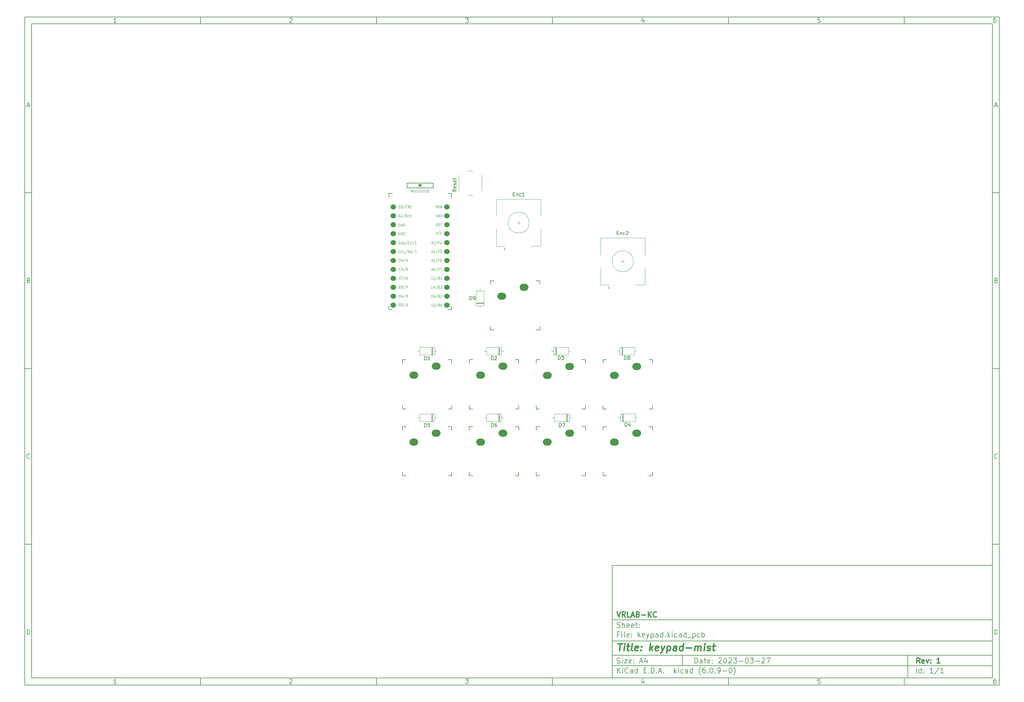
<source format=gbr>
G04 #@! TF.GenerationSoftware,KiCad,Pcbnew,(6.0.9-0)*
G04 #@! TF.CreationDate,2023-03-29T20:51:07+09:00*
G04 #@! TF.ProjectId,keypad,6b657970-6164-42e6-9b69-6361645f7063,1*
G04 #@! TF.SameCoordinates,Original*
G04 #@! TF.FileFunction,Legend,Top*
G04 #@! TF.FilePolarity,Positive*
%FSLAX46Y46*%
G04 Gerber Fmt 4.6, Leading zero omitted, Abs format (unit mm)*
G04 Created by KiCad (PCBNEW (6.0.9-0)) date 2023-03-29 20:51:07*
%MOMM*%
%LPD*%
G01*
G04 APERTURE LIST*
%ADD10C,0.100000*%
%ADD11C,0.150000*%
%ADD12C,0.300000*%
%ADD13C,0.400000*%
%ADD14C,0.125000*%
%ADD15C,0.120000*%
%ADD16O,2.500000X2.000000*%
%ADD17C,1.524000*%
G04 APERTURE END LIST*
D10*
D11*
X177002200Y-166007200D02*
X177002200Y-198007200D01*
X285002200Y-198007200D01*
X285002200Y-166007200D01*
X177002200Y-166007200D01*
D10*
D11*
X10000000Y-10000000D02*
X10000000Y-200007200D01*
X287002200Y-200007200D01*
X287002200Y-10000000D01*
X10000000Y-10000000D01*
D10*
D11*
X12000000Y-12000000D02*
X12000000Y-198007200D01*
X285002200Y-198007200D01*
X285002200Y-12000000D01*
X12000000Y-12000000D01*
D10*
D11*
X60000000Y-12000000D02*
X60000000Y-10000000D01*
D10*
D11*
X110000000Y-12000000D02*
X110000000Y-10000000D01*
D10*
D11*
X160000000Y-12000000D02*
X160000000Y-10000000D01*
D10*
D11*
X210000000Y-12000000D02*
X210000000Y-10000000D01*
D10*
D11*
X260000000Y-12000000D02*
X260000000Y-10000000D01*
D10*
D11*
X36065476Y-11588095D02*
X35322619Y-11588095D01*
X35694047Y-11588095D02*
X35694047Y-10288095D01*
X35570238Y-10473809D01*
X35446428Y-10597619D01*
X35322619Y-10659523D01*
D10*
D11*
X85322619Y-10411904D02*
X85384523Y-10350000D01*
X85508333Y-10288095D01*
X85817857Y-10288095D01*
X85941666Y-10350000D01*
X86003571Y-10411904D01*
X86065476Y-10535714D01*
X86065476Y-10659523D01*
X86003571Y-10845238D01*
X85260714Y-11588095D01*
X86065476Y-11588095D01*
D10*
D11*
X135260714Y-10288095D02*
X136065476Y-10288095D01*
X135632142Y-10783333D01*
X135817857Y-10783333D01*
X135941666Y-10845238D01*
X136003571Y-10907142D01*
X136065476Y-11030952D01*
X136065476Y-11340476D01*
X136003571Y-11464285D01*
X135941666Y-11526190D01*
X135817857Y-11588095D01*
X135446428Y-11588095D01*
X135322619Y-11526190D01*
X135260714Y-11464285D01*
D10*
D11*
X185941666Y-10721428D02*
X185941666Y-11588095D01*
X185632142Y-10226190D02*
X185322619Y-11154761D01*
X186127380Y-11154761D01*
D10*
D11*
X236003571Y-10288095D02*
X235384523Y-10288095D01*
X235322619Y-10907142D01*
X235384523Y-10845238D01*
X235508333Y-10783333D01*
X235817857Y-10783333D01*
X235941666Y-10845238D01*
X236003571Y-10907142D01*
X236065476Y-11030952D01*
X236065476Y-11340476D01*
X236003571Y-11464285D01*
X235941666Y-11526190D01*
X235817857Y-11588095D01*
X235508333Y-11588095D01*
X235384523Y-11526190D01*
X235322619Y-11464285D01*
D10*
D11*
X285941666Y-10288095D02*
X285694047Y-10288095D01*
X285570238Y-10350000D01*
X285508333Y-10411904D01*
X285384523Y-10597619D01*
X285322619Y-10845238D01*
X285322619Y-11340476D01*
X285384523Y-11464285D01*
X285446428Y-11526190D01*
X285570238Y-11588095D01*
X285817857Y-11588095D01*
X285941666Y-11526190D01*
X286003571Y-11464285D01*
X286065476Y-11340476D01*
X286065476Y-11030952D01*
X286003571Y-10907142D01*
X285941666Y-10845238D01*
X285817857Y-10783333D01*
X285570238Y-10783333D01*
X285446428Y-10845238D01*
X285384523Y-10907142D01*
X285322619Y-11030952D01*
D10*
D11*
X60000000Y-198007200D02*
X60000000Y-200007200D01*
D10*
D11*
X110000000Y-198007200D02*
X110000000Y-200007200D01*
D10*
D11*
X160000000Y-198007200D02*
X160000000Y-200007200D01*
D10*
D11*
X210000000Y-198007200D02*
X210000000Y-200007200D01*
D10*
D11*
X260000000Y-198007200D02*
X260000000Y-200007200D01*
D10*
D11*
X36065476Y-199595295D02*
X35322619Y-199595295D01*
X35694047Y-199595295D02*
X35694047Y-198295295D01*
X35570238Y-198481009D01*
X35446428Y-198604819D01*
X35322619Y-198666723D01*
D10*
D11*
X85322619Y-198419104D02*
X85384523Y-198357200D01*
X85508333Y-198295295D01*
X85817857Y-198295295D01*
X85941666Y-198357200D01*
X86003571Y-198419104D01*
X86065476Y-198542914D01*
X86065476Y-198666723D01*
X86003571Y-198852438D01*
X85260714Y-199595295D01*
X86065476Y-199595295D01*
D10*
D11*
X135260714Y-198295295D02*
X136065476Y-198295295D01*
X135632142Y-198790533D01*
X135817857Y-198790533D01*
X135941666Y-198852438D01*
X136003571Y-198914342D01*
X136065476Y-199038152D01*
X136065476Y-199347676D01*
X136003571Y-199471485D01*
X135941666Y-199533390D01*
X135817857Y-199595295D01*
X135446428Y-199595295D01*
X135322619Y-199533390D01*
X135260714Y-199471485D01*
D10*
D11*
X185941666Y-198728628D02*
X185941666Y-199595295D01*
X185632142Y-198233390D02*
X185322619Y-199161961D01*
X186127380Y-199161961D01*
D10*
D11*
X236003571Y-198295295D02*
X235384523Y-198295295D01*
X235322619Y-198914342D01*
X235384523Y-198852438D01*
X235508333Y-198790533D01*
X235817857Y-198790533D01*
X235941666Y-198852438D01*
X236003571Y-198914342D01*
X236065476Y-199038152D01*
X236065476Y-199347676D01*
X236003571Y-199471485D01*
X235941666Y-199533390D01*
X235817857Y-199595295D01*
X235508333Y-199595295D01*
X235384523Y-199533390D01*
X235322619Y-199471485D01*
D10*
D11*
X285941666Y-198295295D02*
X285694047Y-198295295D01*
X285570238Y-198357200D01*
X285508333Y-198419104D01*
X285384523Y-198604819D01*
X285322619Y-198852438D01*
X285322619Y-199347676D01*
X285384523Y-199471485D01*
X285446428Y-199533390D01*
X285570238Y-199595295D01*
X285817857Y-199595295D01*
X285941666Y-199533390D01*
X286003571Y-199471485D01*
X286065476Y-199347676D01*
X286065476Y-199038152D01*
X286003571Y-198914342D01*
X285941666Y-198852438D01*
X285817857Y-198790533D01*
X285570238Y-198790533D01*
X285446428Y-198852438D01*
X285384523Y-198914342D01*
X285322619Y-199038152D01*
D10*
D11*
X10000000Y-60000000D02*
X12000000Y-60000000D01*
D10*
D11*
X10000000Y-110000000D02*
X12000000Y-110000000D01*
D10*
D11*
X10000000Y-160000000D02*
X12000000Y-160000000D01*
D10*
D11*
X10690476Y-35216666D02*
X11309523Y-35216666D01*
X10566666Y-35588095D02*
X11000000Y-34288095D01*
X11433333Y-35588095D01*
D10*
D11*
X11092857Y-84907142D02*
X11278571Y-84969047D01*
X11340476Y-85030952D01*
X11402380Y-85154761D01*
X11402380Y-85340476D01*
X11340476Y-85464285D01*
X11278571Y-85526190D01*
X11154761Y-85588095D01*
X10659523Y-85588095D01*
X10659523Y-84288095D01*
X11092857Y-84288095D01*
X11216666Y-84350000D01*
X11278571Y-84411904D01*
X11340476Y-84535714D01*
X11340476Y-84659523D01*
X11278571Y-84783333D01*
X11216666Y-84845238D01*
X11092857Y-84907142D01*
X10659523Y-84907142D01*
D10*
D11*
X11402380Y-135464285D02*
X11340476Y-135526190D01*
X11154761Y-135588095D01*
X11030952Y-135588095D01*
X10845238Y-135526190D01*
X10721428Y-135402380D01*
X10659523Y-135278571D01*
X10597619Y-135030952D01*
X10597619Y-134845238D01*
X10659523Y-134597619D01*
X10721428Y-134473809D01*
X10845238Y-134350000D01*
X11030952Y-134288095D01*
X11154761Y-134288095D01*
X11340476Y-134350000D01*
X11402380Y-134411904D01*
D10*
D11*
X10659523Y-185588095D02*
X10659523Y-184288095D01*
X10969047Y-184288095D01*
X11154761Y-184350000D01*
X11278571Y-184473809D01*
X11340476Y-184597619D01*
X11402380Y-184845238D01*
X11402380Y-185030952D01*
X11340476Y-185278571D01*
X11278571Y-185402380D01*
X11154761Y-185526190D01*
X10969047Y-185588095D01*
X10659523Y-185588095D01*
D10*
D11*
X287002200Y-60000000D02*
X285002200Y-60000000D01*
D10*
D11*
X287002200Y-110000000D02*
X285002200Y-110000000D01*
D10*
D11*
X287002200Y-160000000D02*
X285002200Y-160000000D01*
D10*
D11*
X285692676Y-35216666D02*
X286311723Y-35216666D01*
X285568866Y-35588095D02*
X286002200Y-34288095D01*
X286435533Y-35588095D01*
D10*
D11*
X286095057Y-84907142D02*
X286280771Y-84969047D01*
X286342676Y-85030952D01*
X286404580Y-85154761D01*
X286404580Y-85340476D01*
X286342676Y-85464285D01*
X286280771Y-85526190D01*
X286156961Y-85588095D01*
X285661723Y-85588095D01*
X285661723Y-84288095D01*
X286095057Y-84288095D01*
X286218866Y-84350000D01*
X286280771Y-84411904D01*
X286342676Y-84535714D01*
X286342676Y-84659523D01*
X286280771Y-84783333D01*
X286218866Y-84845238D01*
X286095057Y-84907142D01*
X285661723Y-84907142D01*
D10*
D11*
X286404580Y-135464285D02*
X286342676Y-135526190D01*
X286156961Y-135588095D01*
X286033152Y-135588095D01*
X285847438Y-135526190D01*
X285723628Y-135402380D01*
X285661723Y-135278571D01*
X285599819Y-135030952D01*
X285599819Y-134845238D01*
X285661723Y-134597619D01*
X285723628Y-134473809D01*
X285847438Y-134350000D01*
X286033152Y-134288095D01*
X286156961Y-134288095D01*
X286342676Y-134350000D01*
X286404580Y-134411904D01*
D10*
D11*
X285661723Y-185588095D02*
X285661723Y-184288095D01*
X285971247Y-184288095D01*
X286156961Y-184350000D01*
X286280771Y-184473809D01*
X286342676Y-184597619D01*
X286404580Y-184845238D01*
X286404580Y-185030952D01*
X286342676Y-185278571D01*
X286280771Y-185402380D01*
X286156961Y-185526190D01*
X285971247Y-185588095D01*
X285661723Y-185588095D01*
D10*
D11*
X200434342Y-193785771D02*
X200434342Y-192285771D01*
X200791485Y-192285771D01*
X201005771Y-192357200D01*
X201148628Y-192500057D01*
X201220057Y-192642914D01*
X201291485Y-192928628D01*
X201291485Y-193142914D01*
X201220057Y-193428628D01*
X201148628Y-193571485D01*
X201005771Y-193714342D01*
X200791485Y-193785771D01*
X200434342Y-193785771D01*
X202577200Y-193785771D02*
X202577200Y-193000057D01*
X202505771Y-192857200D01*
X202362914Y-192785771D01*
X202077200Y-192785771D01*
X201934342Y-192857200D01*
X202577200Y-193714342D02*
X202434342Y-193785771D01*
X202077200Y-193785771D01*
X201934342Y-193714342D01*
X201862914Y-193571485D01*
X201862914Y-193428628D01*
X201934342Y-193285771D01*
X202077200Y-193214342D01*
X202434342Y-193214342D01*
X202577200Y-193142914D01*
X203077200Y-192785771D02*
X203648628Y-192785771D01*
X203291485Y-192285771D02*
X203291485Y-193571485D01*
X203362914Y-193714342D01*
X203505771Y-193785771D01*
X203648628Y-193785771D01*
X204720057Y-193714342D02*
X204577200Y-193785771D01*
X204291485Y-193785771D01*
X204148628Y-193714342D01*
X204077200Y-193571485D01*
X204077200Y-193000057D01*
X204148628Y-192857200D01*
X204291485Y-192785771D01*
X204577200Y-192785771D01*
X204720057Y-192857200D01*
X204791485Y-193000057D01*
X204791485Y-193142914D01*
X204077200Y-193285771D01*
X205434342Y-193642914D02*
X205505771Y-193714342D01*
X205434342Y-193785771D01*
X205362914Y-193714342D01*
X205434342Y-193642914D01*
X205434342Y-193785771D01*
X205434342Y-192857200D02*
X205505771Y-192928628D01*
X205434342Y-193000057D01*
X205362914Y-192928628D01*
X205434342Y-192857200D01*
X205434342Y-193000057D01*
X207220057Y-192428628D02*
X207291485Y-192357200D01*
X207434342Y-192285771D01*
X207791485Y-192285771D01*
X207934342Y-192357200D01*
X208005771Y-192428628D01*
X208077200Y-192571485D01*
X208077200Y-192714342D01*
X208005771Y-192928628D01*
X207148628Y-193785771D01*
X208077200Y-193785771D01*
X209005771Y-192285771D02*
X209148628Y-192285771D01*
X209291485Y-192357200D01*
X209362914Y-192428628D01*
X209434342Y-192571485D01*
X209505771Y-192857200D01*
X209505771Y-193214342D01*
X209434342Y-193500057D01*
X209362914Y-193642914D01*
X209291485Y-193714342D01*
X209148628Y-193785771D01*
X209005771Y-193785771D01*
X208862914Y-193714342D01*
X208791485Y-193642914D01*
X208720057Y-193500057D01*
X208648628Y-193214342D01*
X208648628Y-192857200D01*
X208720057Y-192571485D01*
X208791485Y-192428628D01*
X208862914Y-192357200D01*
X209005771Y-192285771D01*
X210077200Y-192428628D02*
X210148628Y-192357200D01*
X210291485Y-192285771D01*
X210648628Y-192285771D01*
X210791485Y-192357200D01*
X210862914Y-192428628D01*
X210934342Y-192571485D01*
X210934342Y-192714342D01*
X210862914Y-192928628D01*
X210005771Y-193785771D01*
X210934342Y-193785771D01*
X211434342Y-192285771D02*
X212362914Y-192285771D01*
X211862914Y-192857200D01*
X212077200Y-192857200D01*
X212220057Y-192928628D01*
X212291485Y-193000057D01*
X212362914Y-193142914D01*
X212362914Y-193500057D01*
X212291485Y-193642914D01*
X212220057Y-193714342D01*
X212077200Y-193785771D01*
X211648628Y-193785771D01*
X211505771Y-193714342D01*
X211434342Y-193642914D01*
X213005771Y-193214342D02*
X214148628Y-193214342D01*
X215148628Y-192285771D02*
X215291485Y-192285771D01*
X215434342Y-192357200D01*
X215505771Y-192428628D01*
X215577200Y-192571485D01*
X215648628Y-192857200D01*
X215648628Y-193214342D01*
X215577200Y-193500057D01*
X215505771Y-193642914D01*
X215434342Y-193714342D01*
X215291485Y-193785771D01*
X215148628Y-193785771D01*
X215005771Y-193714342D01*
X214934342Y-193642914D01*
X214862914Y-193500057D01*
X214791485Y-193214342D01*
X214791485Y-192857200D01*
X214862914Y-192571485D01*
X214934342Y-192428628D01*
X215005771Y-192357200D01*
X215148628Y-192285771D01*
X216148628Y-192285771D02*
X217077200Y-192285771D01*
X216577200Y-192857200D01*
X216791485Y-192857200D01*
X216934342Y-192928628D01*
X217005771Y-193000057D01*
X217077200Y-193142914D01*
X217077200Y-193500057D01*
X217005771Y-193642914D01*
X216934342Y-193714342D01*
X216791485Y-193785771D01*
X216362914Y-193785771D01*
X216220057Y-193714342D01*
X216148628Y-193642914D01*
X217720057Y-193214342D02*
X218862914Y-193214342D01*
X219505771Y-192428628D02*
X219577200Y-192357200D01*
X219720057Y-192285771D01*
X220077200Y-192285771D01*
X220220057Y-192357200D01*
X220291485Y-192428628D01*
X220362914Y-192571485D01*
X220362914Y-192714342D01*
X220291485Y-192928628D01*
X219434342Y-193785771D01*
X220362914Y-193785771D01*
X220862914Y-192285771D02*
X221862914Y-192285771D01*
X221220057Y-193785771D01*
D10*
D11*
X177002200Y-194507200D02*
X285002200Y-194507200D01*
D10*
D11*
X178434342Y-196585771D02*
X178434342Y-195085771D01*
X179291485Y-196585771D02*
X178648628Y-195728628D01*
X179291485Y-195085771D02*
X178434342Y-195942914D01*
X179934342Y-196585771D02*
X179934342Y-195585771D01*
X179934342Y-195085771D02*
X179862914Y-195157200D01*
X179934342Y-195228628D01*
X180005771Y-195157200D01*
X179934342Y-195085771D01*
X179934342Y-195228628D01*
X181505771Y-196442914D02*
X181434342Y-196514342D01*
X181220057Y-196585771D01*
X181077200Y-196585771D01*
X180862914Y-196514342D01*
X180720057Y-196371485D01*
X180648628Y-196228628D01*
X180577200Y-195942914D01*
X180577200Y-195728628D01*
X180648628Y-195442914D01*
X180720057Y-195300057D01*
X180862914Y-195157200D01*
X181077200Y-195085771D01*
X181220057Y-195085771D01*
X181434342Y-195157200D01*
X181505771Y-195228628D01*
X182791485Y-196585771D02*
X182791485Y-195800057D01*
X182720057Y-195657200D01*
X182577200Y-195585771D01*
X182291485Y-195585771D01*
X182148628Y-195657200D01*
X182791485Y-196514342D02*
X182648628Y-196585771D01*
X182291485Y-196585771D01*
X182148628Y-196514342D01*
X182077200Y-196371485D01*
X182077200Y-196228628D01*
X182148628Y-196085771D01*
X182291485Y-196014342D01*
X182648628Y-196014342D01*
X182791485Y-195942914D01*
X184148628Y-196585771D02*
X184148628Y-195085771D01*
X184148628Y-196514342D02*
X184005771Y-196585771D01*
X183720057Y-196585771D01*
X183577200Y-196514342D01*
X183505771Y-196442914D01*
X183434342Y-196300057D01*
X183434342Y-195871485D01*
X183505771Y-195728628D01*
X183577200Y-195657200D01*
X183720057Y-195585771D01*
X184005771Y-195585771D01*
X184148628Y-195657200D01*
X186005771Y-195800057D02*
X186505771Y-195800057D01*
X186720057Y-196585771D02*
X186005771Y-196585771D01*
X186005771Y-195085771D01*
X186720057Y-195085771D01*
X187362914Y-196442914D02*
X187434342Y-196514342D01*
X187362914Y-196585771D01*
X187291485Y-196514342D01*
X187362914Y-196442914D01*
X187362914Y-196585771D01*
X188077200Y-196585771D02*
X188077200Y-195085771D01*
X188434342Y-195085771D01*
X188648628Y-195157200D01*
X188791485Y-195300057D01*
X188862914Y-195442914D01*
X188934342Y-195728628D01*
X188934342Y-195942914D01*
X188862914Y-196228628D01*
X188791485Y-196371485D01*
X188648628Y-196514342D01*
X188434342Y-196585771D01*
X188077200Y-196585771D01*
X189577200Y-196442914D02*
X189648628Y-196514342D01*
X189577200Y-196585771D01*
X189505771Y-196514342D01*
X189577200Y-196442914D01*
X189577200Y-196585771D01*
X190220057Y-196157200D02*
X190934342Y-196157200D01*
X190077200Y-196585771D02*
X190577200Y-195085771D01*
X191077200Y-196585771D01*
X191577200Y-196442914D02*
X191648628Y-196514342D01*
X191577200Y-196585771D01*
X191505771Y-196514342D01*
X191577200Y-196442914D01*
X191577200Y-196585771D01*
X194577200Y-196585771D02*
X194577200Y-195085771D01*
X194720057Y-196014342D02*
X195148628Y-196585771D01*
X195148628Y-195585771D02*
X194577200Y-196157200D01*
X195791485Y-196585771D02*
X195791485Y-195585771D01*
X195791485Y-195085771D02*
X195720057Y-195157200D01*
X195791485Y-195228628D01*
X195862914Y-195157200D01*
X195791485Y-195085771D01*
X195791485Y-195228628D01*
X197148628Y-196514342D02*
X197005771Y-196585771D01*
X196720057Y-196585771D01*
X196577200Y-196514342D01*
X196505771Y-196442914D01*
X196434342Y-196300057D01*
X196434342Y-195871485D01*
X196505771Y-195728628D01*
X196577200Y-195657200D01*
X196720057Y-195585771D01*
X197005771Y-195585771D01*
X197148628Y-195657200D01*
X198434342Y-196585771D02*
X198434342Y-195800057D01*
X198362914Y-195657200D01*
X198220057Y-195585771D01*
X197934342Y-195585771D01*
X197791485Y-195657200D01*
X198434342Y-196514342D02*
X198291485Y-196585771D01*
X197934342Y-196585771D01*
X197791485Y-196514342D01*
X197720057Y-196371485D01*
X197720057Y-196228628D01*
X197791485Y-196085771D01*
X197934342Y-196014342D01*
X198291485Y-196014342D01*
X198434342Y-195942914D01*
X199791485Y-196585771D02*
X199791485Y-195085771D01*
X199791485Y-196514342D02*
X199648628Y-196585771D01*
X199362914Y-196585771D01*
X199220057Y-196514342D01*
X199148628Y-196442914D01*
X199077200Y-196300057D01*
X199077200Y-195871485D01*
X199148628Y-195728628D01*
X199220057Y-195657200D01*
X199362914Y-195585771D01*
X199648628Y-195585771D01*
X199791485Y-195657200D01*
X202077200Y-197157200D02*
X202005771Y-197085771D01*
X201862914Y-196871485D01*
X201791485Y-196728628D01*
X201720057Y-196514342D01*
X201648628Y-196157200D01*
X201648628Y-195871485D01*
X201720057Y-195514342D01*
X201791485Y-195300057D01*
X201862914Y-195157200D01*
X202005771Y-194942914D01*
X202077200Y-194871485D01*
X203291485Y-195085771D02*
X203005771Y-195085771D01*
X202862914Y-195157200D01*
X202791485Y-195228628D01*
X202648628Y-195442914D01*
X202577200Y-195728628D01*
X202577200Y-196300057D01*
X202648628Y-196442914D01*
X202720057Y-196514342D01*
X202862914Y-196585771D01*
X203148628Y-196585771D01*
X203291485Y-196514342D01*
X203362914Y-196442914D01*
X203434342Y-196300057D01*
X203434342Y-195942914D01*
X203362914Y-195800057D01*
X203291485Y-195728628D01*
X203148628Y-195657200D01*
X202862914Y-195657200D01*
X202720057Y-195728628D01*
X202648628Y-195800057D01*
X202577200Y-195942914D01*
X204077200Y-196442914D02*
X204148628Y-196514342D01*
X204077200Y-196585771D01*
X204005771Y-196514342D01*
X204077200Y-196442914D01*
X204077200Y-196585771D01*
X205077200Y-195085771D02*
X205220057Y-195085771D01*
X205362914Y-195157200D01*
X205434342Y-195228628D01*
X205505771Y-195371485D01*
X205577200Y-195657200D01*
X205577200Y-196014342D01*
X205505771Y-196300057D01*
X205434342Y-196442914D01*
X205362914Y-196514342D01*
X205220057Y-196585771D01*
X205077200Y-196585771D01*
X204934342Y-196514342D01*
X204862914Y-196442914D01*
X204791485Y-196300057D01*
X204720057Y-196014342D01*
X204720057Y-195657200D01*
X204791485Y-195371485D01*
X204862914Y-195228628D01*
X204934342Y-195157200D01*
X205077200Y-195085771D01*
X206220057Y-196442914D02*
X206291485Y-196514342D01*
X206220057Y-196585771D01*
X206148628Y-196514342D01*
X206220057Y-196442914D01*
X206220057Y-196585771D01*
X207005771Y-196585771D02*
X207291485Y-196585771D01*
X207434342Y-196514342D01*
X207505771Y-196442914D01*
X207648628Y-196228628D01*
X207720057Y-195942914D01*
X207720057Y-195371485D01*
X207648628Y-195228628D01*
X207577200Y-195157200D01*
X207434342Y-195085771D01*
X207148628Y-195085771D01*
X207005771Y-195157200D01*
X206934342Y-195228628D01*
X206862914Y-195371485D01*
X206862914Y-195728628D01*
X206934342Y-195871485D01*
X207005771Y-195942914D01*
X207148628Y-196014342D01*
X207434342Y-196014342D01*
X207577200Y-195942914D01*
X207648628Y-195871485D01*
X207720057Y-195728628D01*
X208362914Y-196014342D02*
X209505771Y-196014342D01*
X210505771Y-195085771D02*
X210648628Y-195085771D01*
X210791485Y-195157200D01*
X210862914Y-195228628D01*
X210934342Y-195371485D01*
X211005771Y-195657200D01*
X211005771Y-196014342D01*
X210934342Y-196300057D01*
X210862914Y-196442914D01*
X210791485Y-196514342D01*
X210648628Y-196585771D01*
X210505771Y-196585771D01*
X210362914Y-196514342D01*
X210291485Y-196442914D01*
X210220057Y-196300057D01*
X210148628Y-196014342D01*
X210148628Y-195657200D01*
X210220057Y-195371485D01*
X210291485Y-195228628D01*
X210362914Y-195157200D01*
X210505771Y-195085771D01*
X211505771Y-197157200D02*
X211577200Y-197085771D01*
X211720057Y-196871485D01*
X211791485Y-196728628D01*
X211862914Y-196514342D01*
X211934342Y-196157200D01*
X211934342Y-195871485D01*
X211862914Y-195514342D01*
X211791485Y-195300057D01*
X211720057Y-195157200D01*
X211577200Y-194942914D01*
X211505771Y-194871485D01*
D10*
D11*
X177002200Y-191507200D02*
X285002200Y-191507200D01*
D10*
D12*
X264411485Y-193785771D02*
X263911485Y-193071485D01*
X263554342Y-193785771D02*
X263554342Y-192285771D01*
X264125771Y-192285771D01*
X264268628Y-192357200D01*
X264340057Y-192428628D01*
X264411485Y-192571485D01*
X264411485Y-192785771D01*
X264340057Y-192928628D01*
X264268628Y-193000057D01*
X264125771Y-193071485D01*
X263554342Y-193071485D01*
X265625771Y-193714342D02*
X265482914Y-193785771D01*
X265197200Y-193785771D01*
X265054342Y-193714342D01*
X264982914Y-193571485D01*
X264982914Y-193000057D01*
X265054342Y-192857200D01*
X265197200Y-192785771D01*
X265482914Y-192785771D01*
X265625771Y-192857200D01*
X265697200Y-193000057D01*
X265697200Y-193142914D01*
X264982914Y-193285771D01*
X266197200Y-192785771D02*
X266554342Y-193785771D01*
X266911485Y-192785771D01*
X267482914Y-193642914D02*
X267554342Y-193714342D01*
X267482914Y-193785771D01*
X267411485Y-193714342D01*
X267482914Y-193642914D01*
X267482914Y-193785771D01*
X267482914Y-192857200D02*
X267554342Y-192928628D01*
X267482914Y-193000057D01*
X267411485Y-192928628D01*
X267482914Y-192857200D01*
X267482914Y-193000057D01*
X270125771Y-193785771D02*
X269268628Y-193785771D01*
X269697200Y-193785771D02*
X269697200Y-192285771D01*
X269554342Y-192500057D01*
X269411485Y-192642914D01*
X269268628Y-192714342D01*
D10*
D11*
X178362914Y-193714342D02*
X178577200Y-193785771D01*
X178934342Y-193785771D01*
X179077200Y-193714342D01*
X179148628Y-193642914D01*
X179220057Y-193500057D01*
X179220057Y-193357200D01*
X179148628Y-193214342D01*
X179077200Y-193142914D01*
X178934342Y-193071485D01*
X178648628Y-193000057D01*
X178505771Y-192928628D01*
X178434342Y-192857200D01*
X178362914Y-192714342D01*
X178362914Y-192571485D01*
X178434342Y-192428628D01*
X178505771Y-192357200D01*
X178648628Y-192285771D01*
X179005771Y-192285771D01*
X179220057Y-192357200D01*
X179862914Y-193785771D02*
X179862914Y-192785771D01*
X179862914Y-192285771D02*
X179791485Y-192357200D01*
X179862914Y-192428628D01*
X179934342Y-192357200D01*
X179862914Y-192285771D01*
X179862914Y-192428628D01*
X180434342Y-192785771D02*
X181220057Y-192785771D01*
X180434342Y-193785771D01*
X181220057Y-193785771D01*
X182362914Y-193714342D02*
X182220057Y-193785771D01*
X181934342Y-193785771D01*
X181791485Y-193714342D01*
X181720057Y-193571485D01*
X181720057Y-193000057D01*
X181791485Y-192857200D01*
X181934342Y-192785771D01*
X182220057Y-192785771D01*
X182362914Y-192857200D01*
X182434342Y-193000057D01*
X182434342Y-193142914D01*
X181720057Y-193285771D01*
X183077200Y-193642914D02*
X183148628Y-193714342D01*
X183077200Y-193785771D01*
X183005771Y-193714342D01*
X183077200Y-193642914D01*
X183077200Y-193785771D01*
X183077200Y-192857200D02*
X183148628Y-192928628D01*
X183077200Y-193000057D01*
X183005771Y-192928628D01*
X183077200Y-192857200D01*
X183077200Y-193000057D01*
X184862914Y-193357200D02*
X185577200Y-193357200D01*
X184720057Y-193785771D02*
X185220057Y-192285771D01*
X185720057Y-193785771D01*
X186862914Y-192785771D02*
X186862914Y-193785771D01*
X186505771Y-192214342D02*
X186148628Y-193285771D01*
X187077200Y-193285771D01*
D10*
D11*
X263434342Y-196585771D02*
X263434342Y-195085771D01*
X264791485Y-196585771D02*
X264791485Y-195085771D01*
X264791485Y-196514342D02*
X264648628Y-196585771D01*
X264362914Y-196585771D01*
X264220057Y-196514342D01*
X264148628Y-196442914D01*
X264077200Y-196300057D01*
X264077200Y-195871485D01*
X264148628Y-195728628D01*
X264220057Y-195657200D01*
X264362914Y-195585771D01*
X264648628Y-195585771D01*
X264791485Y-195657200D01*
X265505771Y-196442914D02*
X265577200Y-196514342D01*
X265505771Y-196585771D01*
X265434342Y-196514342D01*
X265505771Y-196442914D01*
X265505771Y-196585771D01*
X265505771Y-195657200D02*
X265577200Y-195728628D01*
X265505771Y-195800057D01*
X265434342Y-195728628D01*
X265505771Y-195657200D01*
X265505771Y-195800057D01*
X268148628Y-196585771D02*
X267291485Y-196585771D01*
X267720057Y-196585771D02*
X267720057Y-195085771D01*
X267577200Y-195300057D01*
X267434342Y-195442914D01*
X267291485Y-195514342D01*
X269862914Y-195014342D02*
X268577200Y-196942914D01*
X271148628Y-196585771D02*
X270291485Y-196585771D01*
X270720057Y-196585771D02*
X270720057Y-195085771D01*
X270577200Y-195300057D01*
X270434342Y-195442914D01*
X270291485Y-195514342D01*
D10*
D11*
X177002200Y-187507200D02*
X285002200Y-187507200D01*
D10*
D13*
X178714580Y-188211961D02*
X179857438Y-188211961D01*
X179036009Y-190211961D02*
X179286009Y-188211961D01*
X180274104Y-190211961D02*
X180440771Y-188878628D01*
X180524104Y-188211961D02*
X180416961Y-188307200D01*
X180500295Y-188402438D01*
X180607438Y-188307200D01*
X180524104Y-188211961D01*
X180500295Y-188402438D01*
X181107438Y-188878628D02*
X181869342Y-188878628D01*
X181476485Y-188211961D02*
X181262200Y-189926247D01*
X181333628Y-190116723D01*
X181512200Y-190211961D01*
X181702676Y-190211961D01*
X182655057Y-190211961D02*
X182476485Y-190116723D01*
X182405057Y-189926247D01*
X182619342Y-188211961D01*
X184190771Y-190116723D02*
X183988390Y-190211961D01*
X183607438Y-190211961D01*
X183428866Y-190116723D01*
X183357438Y-189926247D01*
X183452676Y-189164342D01*
X183571723Y-188973866D01*
X183774104Y-188878628D01*
X184155057Y-188878628D01*
X184333628Y-188973866D01*
X184405057Y-189164342D01*
X184381247Y-189354819D01*
X183405057Y-189545295D01*
X185155057Y-190021485D02*
X185238390Y-190116723D01*
X185131247Y-190211961D01*
X185047914Y-190116723D01*
X185155057Y-190021485D01*
X185131247Y-190211961D01*
X185286009Y-188973866D02*
X185369342Y-189069104D01*
X185262200Y-189164342D01*
X185178866Y-189069104D01*
X185286009Y-188973866D01*
X185262200Y-189164342D01*
X187607438Y-190211961D02*
X187857438Y-188211961D01*
X187893152Y-189450057D02*
X188369342Y-190211961D01*
X188536009Y-188878628D02*
X187678866Y-189640533D01*
X190000295Y-190116723D02*
X189797914Y-190211961D01*
X189416961Y-190211961D01*
X189238390Y-190116723D01*
X189166961Y-189926247D01*
X189262200Y-189164342D01*
X189381247Y-188973866D01*
X189583628Y-188878628D01*
X189964580Y-188878628D01*
X190143152Y-188973866D01*
X190214580Y-189164342D01*
X190190771Y-189354819D01*
X189214580Y-189545295D01*
X190916961Y-188878628D02*
X191226485Y-190211961D01*
X191869342Y-188878628D02*
X191226485Y-190211961D01*
X190976485Y-190688152D01*
X190869342Y-190783390D01*
X190666961Y-190878628D01*
X192631247Y-188878628D02*
X192381247Y-190878628D01*
X192619342Y-188973866D02*
X192821723Y-188878628D01*
X193202676Y-188878628D01*
X193381247Y-188973866D01*
X193464580Y-189069104D01*
X193536009Y-189259580D01*
X193464580Y-189831009D01*
X193345533Y-190021485D01*
X193238390Y-190116723D01*
X193036009Y-190211961D01*
X192655057Y-190211961D01*
X192476485Y-190116723D01*
X195131247Y-190211961D02*
X195262200Y-189164342D01*
X195190771Y-188973866D01*
X195012200Y-188878628D01*
X194631247Y-188878628D01*
X194428866Y-188973866D01*
X195143152Y-190116723D02*
X194940771Y-190211961D01*
X194464580Y-190211961D01*
X194286009Y-190116723D01*
X194214580Y-189926247D01*
X194238390Y-189735771D01*
X194357438Y-189545295D01*
X194559819Y-189450057D01*
X195036009Y-189450057D01*
X195238390Y-189354819D01*
X196940771Y-190211961D02*
X197190771Y-188211961D01*
X196952676Y-190116723D02*
X196750295Y-190211961D01*
X196369342Y-190211961D01*
X196190771Y-190116723D01*
X196107438Y-190021485D01*
X196036009Y-189831009D01*
X196107438Y-189259580D01*
X196226485Y-189069104D01*
X196333628Y-188973866D01*
X196536009Y-188878628D01*
X196916961Y-188878628D01*
X197095533Y-188973866D01*
X197988390Y-189450057D02*
X199512200Y-189450057D01*
X200369342Y-190211961D02*
X200536009Y-188878628D01*
X200512200Y-189069104D02*
X200619342Y-188973866D01*
X200821723Y-188878628D01*
X201107438Y-188878628D01*
X201286009Y-188973866D01*
X201357438Y-189164342D01*
X201226485Y-190211961D01*
X201357438Y-189164342D02*
X201476485Y-188973866D01*
X201678866Y-188878628D01*
X201964580Y-188878628D01*
X202143152Y-188973866D01*
X202214580Y-189164342D01*
X202083628Y-190211961D01*
X203036009Y-190211961D02*
X203202676Y-188878628D01*
X203286009Y-188211961D02*
X203178866Y-188307200D01*
X203262200Y-188402438D01*
X203369342Y-188307200D01*
X203286009Y-188211961D01*
X203262200Y-188402438D01*
X203905057Y-190116723D02*
X204083628Y-190211961D01*
X204464580Y-190211961D01*
X204666961Y-190116723D01*
X204786009Y-189926247D01*
X204797914Y-189831009D01*
X204726485Y-189640533D01*
X204547914Y-189545295D01*
X204262200Y-189545295D01*
X204083628Y-189450057D01*
X204012200Y-189259580D01*
X204024104Y-189164342D01*
X204143152Y-188973866D01*
X204345533Y-188878628D01*
X204631247Y-188878628D01*
X204809819Y-188973866D01*
X205488390Y-188878628D02*
X206250295Y-188878628D01*
X205857438Y-188211961D02*
X205643152Y-189926247D01*
X205714580Y-190116723D01*
X205893152Y-190211961D01*
X206083628Y-190211961D01*
D10*
D11*
X178934342Y-185600057D02*
X178434342Y-185600057D01*
X178434342Y-186385771D02*
X178434342Y-184885771D01*
X179148628Y-184885771D01*
X179720057Y-186385771D02*
X179720057Y-185385771D01*
X179720057Y-184885771D02*
X179648628Y-184957200D01*
X179720057Y-185028628D01*
X179791485Y-184957200D01*
X179720057Y-184885771D01*
X179720057Y-185028628D01*
X180648628Y-186385771D02*
X180505771Y-186314342D01*
X180434342Y-186171485D01*
X180434342Y-184885771D01*
X181791485Y-186314342D02*
X181648628Y-186385771D01*
X181362914Y-186385771D01*
X181220057Y-186314342D01*
X181148628Y-186171485D01*
X181148628Y-185600057D01*
X181220057Y-185457200D01*
X181362914Y-185385771D01*
X181648628Y-185385771D01*
X181791485Y-185457200D01*
X181862914Y-185600057D01*
X181862914Y-185742914D01*
X181148628Y-185885771D01*
X182505771Y-186242914D02*
X182577200Y-186314342D01*
X182505771Y-186385771D01*
X182434342Y-186314342D01*
X182505771Y-186242914D01*
X182505771Y-186385771D01*
X182505771Y-185457200D02*
X182577200Y-185528628D01*
X182505771Y-185600057D01*
X182434342Y-185528628D01*
X182505771Y-185457200D01*
X182505771Y-185600057D01*
X184362914Y-186385771D02*
X184362914Y-184885771D01*
X184505771Y-185814342D02*
X184934342Y-186385771D01*
X184934342Y-185385771D02*
X184362914Y-185957200D01*
X186148628Y-186314342D02*
X186005771Y-186385771D01*
X185720057Y-186385771D01*
X185577200Y-186314342D01*
X185505771Y-186171485D01*
X185505771Y-185600057D01*
X185577200Y-185457200D01*
X185720057Y-185385771D01*
X186005771Y-185385771D01*
X186148628Y-185457200D01*
X186220057Y-185600057D01*
X186220057Y-185742914D01*
X185505771Y-185885771D01*
X186720057Y-185385771D02*
X187077200Y-186385771D01*
X187434342Y-185385771D02*
X187077200Y-186385771D01*
X186934342Y-186742914D01*
X186862914Y-186814342D01*
X186720057Y-186885771D01*
X188005771Y-185385771D02*
X188005771Y-186885771D01*
X188005771Y-185457200D02*
X188148628Y-185385771D01*
X188434342Y-185385771D01*
X188577200Y-185457200D01*
X188648628Y-185528628D01*
X188720057Y-185671485D01*
X188720057Y-186100057D01*
X188648628Y-186242914D01*
X188577200Y-186314342D01*
X188434342Y-186385771D01*
X188148628Y-186385771D01*
X188005771Y-186314342D01*
X190005771Y-186385771D02*
X190005771Y-185600057D01*
X189934342Y-185457200D01*
X189791485Y-185385771D01*
X189505771Y-185385771D01*
X189362914Y-185457200D01*
X190005771Y-186314342D02*
X189862914Y-186385771D01*
X189505771Y-186385771D01*
X189362914Y-186314342D01*
X189291485Y-186171485D01*
X189291485Y-186028628D01*
X189362914Y-185885771D01*
X189505771Y-185814342D01*
X189862914Y-185814342D01*
X190005771Y-185742914D01*
X191362914Y-186385771D02*
X191362914Y-184885771D01*
X191362914Y-186314342D02*
X191220057Y-186385771D01*
X190934342Y-186385771D01*
X190791485Y-186314342D01*
X190720057Y-186242914D01*
X190648628Y-186100057D01*
X190648628Y-185671485D01*
X190720057Y-185528628D01*
X190791485Y-185457200D01*
X190934342Y-185385771D01*
X191220057Y-185385771D01*
X191362914Y-185457200D01*
X192077200Y-186242914D02*
X192148628Y-186314342D01*
X192077200Y-186385771D01*
X192005771Y-186314342D01*
X192077200Y-186242914D01*
X192077200Y-186385771D01*
X192791485Y-186385771D02*
X192791485Y-184885771D01*
X192934342Y-185814342D02*
X193362914Y-186385771D01*
X193362914Y-185385771D02*
X192791485Y-185957200D01*
X194005771Y-186385771D02*
X194005771Y-185385771D01*
X194005771Y-184885771D02*
X193934342Y-184957200D01*
X194005771Y-185028628D01*
X194077200Y-184957200D01*
X194005771Y-184885771D01*
X194005771Y-185028628D01*
X195362914Y-186314342D02*
X195220057Y-186385771D01*
X194934342Y-186385771D01*
X194791485Y-186314342D01*
X194720057Y-186242914D01*
X194648628Y-186100057D01*
X194648628Y-185671485D01*
X194720057Y-185528628D01*
X194791485Y-185457200D01*
X194934342Y-185385771D01*
X195220057Y-185385771D01*
X195362914Y-185457200D01*
X196648628Y-186385771D02*
X196648628Y-185600057D01*
X196577200Y-185457200D01*
X196434342Y-185385771D01*
X196148628Y-185385771D01*
X196005771Y-185457200D01*
X196648628Y-186314342D02*
X196505771Y-186385771D01*
X196148628Y-186385771D01*
X196005771Y-186314342D01*
X195934342Y-186171485D01*
X195934342Y-186028628D01*
X196005771Y-185885771D01*
X196148628Y-185814342D01*
X196505771Y-185814342D01*
X196648628Y-185742914D01*
X198005771Y-186385771D02*
X198005771Y-184885771D01*
X198005771Y-186314342D02*
X197862914Y-186385771D01*
X197577200Y-186385771D01*
X197434342Y-186314342D01*
X197362914Y-186242914D01*
X197291485Y-186100057D01*
X197291485Y-185671485D01*
X197362914Y-185528628D01*
X197434342Y-185457200D01*
X197577200Y-185385771D01*
X197862914Y-185385771D01*
X198005771Y-185457200D01*
X198362914Y-186528628D02*
X199505771Y-186528628D01*
X199862914Y-185385771D02*
X199862914Y-186885771D01*
X199862914Y-185457200D02*
X200005771Y-185385771D01*
X200291485Y-185385771D01*
X200434342Y-185457200D01*
X200505771Y-185528628D01*
X200577200Y-185671485D01*
X200577200Y-186100057D01*
X200505771Y-186242914D01*
X200434342Y-186314342D01*
X200291485Y-186385771D01*
X200005771Y-186385771D01*
X199862914Y-186314342D01*
X201862914Y-186314342D02*
X201720057Y-186385771D01*
X201434342Y-186385771D01*
X201291485Y-186314342D01*
X201220057Y-186242914D01*
X201148628Y-186100057D01*
X201148628Y-185671485D01*
X201220057Y-185528628D01*
X201291485Y-185457200D01*
X201434342Y-185385771D01*
X201720057Y-185385771D01*
X201862914Y-185457200D01*
X202505771Y-186385771D02*
X202505771Y-184885771D01*
X202505771Y-185457200D02*
X202648628Y-185385771D01*
X202934342Y-185385771D01*
X203077200Y-185457200D01*
X203148628Y-185528628D01*
X203220057Y-185671485D01*
X203220057Y-186100057D01*
X203148628Y-186242914D01*
X203077200Y-186314342D01*
X202934342Y-186385771D01*
X202648628Y-186385771D01*
X202505771Y-186314342D01*
D10*
D11*
X177002200Y-181507200D02*
X285002200Y-181507200D01*
D10*
D11*
X178362914Y-183614342D02*
X178577200Y-183685771D01*
X178934342Y-183685771D01*
X179077200Y-183614342D01*
X179148628Y-183542914D01*
X179220057Y-183400057D01*
X179220057Y-183257200D01*
X179148628Y-183114342D01*
X179077200Y-183042914D01*
X178934342Y-182971485D01*
X178648628Y-182900057D01*
X178505771Y-182828628D01*
X178434342Y-182757200D01*
X178362914Y-182614342D01*
X178362914Y-182471485D01*
X178434342Y-182328628D01*
X178505771Y-182257200D01*
X178648628Y-182185771D01*
X179005771Y-182185771D01*
X179220057Y-182257200D01*
X179862914Y-183685771D02*
X179862914Y-182185771D01*
X180505771Y-183685771D02*
X180505771Y-182900057D01*
X180434342Y-182757200D01*
X180291485Y-182685771D01*
X180077200Y-182685771D01*
X179934342Y-182757200D01*
X179862914Y-182828628D01*
X181791485Y-183614342D02*
X181648628Y-183685771D01*
X181362914Y-183685771D01*
X181220057Y-183614342D01*
X181148628Y-183471485D01*
X181148628Y-182900057D01*
X181220057Y-182757200D01*
X181362914Y-182685771D01*
X181648628Y-182685771D01*
X181791485Y-182757200D01*
X181862914Y-182900057D01*
X181862914Y-183042914D01*
X181148628Y-183185771D01*
X183077200Y-183614342D02*
X182934342Y-183685771D01*
X182648628Y-183685771D01*
X182505771Y-183614342D01*
X182434342Y-183471485D01*
X182434342Y-182900057D01*
X182505771Y-182757200D01*
X182648628Y-182685771D01*
X182934342Y-182685771D01*
X183077200Y-182757200D01*
X183148628Y-182900057D01*
X183148628Y-183042914D01*
X182434342Y-183185771D01*
X183577200Y-182685771D02*
X184148628Y-182685771D01*
X183791485Y-182185771D02*
X183791485Y-183471485D01*
X183862914Y-183614342D01*
X184005771Y-183685771D01*
X184148628Y-183685771D01*
X184648628Y-183542914D02*
X184720057Y-183614342D01*
X184648628Y-183685771D01*
X184577200Y-183614342D01*
X184648628Y-183542914D01*
X184648628Y-183685771D01*
X184648628Y-182757200D02*
X184720057Y-182828628D01*
X184648628Y-182900057D01*
X184577200Y-182828628D01*
X184648628Y-182757200D01*
X184648628Y-182900057D01*
D10*
D12*
X178340057Y-179185771D02*
X178840057Y-180685771D01*
X179340057Y-179185771D01*
X180697200Y-180685771D02*
X180197200Y-179971485D01*
X179840057Y-180685771D02*
X179840057Y-179185771D01*
X180411485Y-179185771D01*
X180554342Y-179257200D01*
X180625771Y-179328628D01*
X180697200Y-179471485D01*
X180697200Y-179685771D01*
X180625771Y-179828628D01*
X180554342Y-179900057D01*
X180411485Y-179971485D01*
X179840057Y-179971485D01*
X182054342Y-180685771D02*
X181340057Y-180685771D01*
X181340057Y-179185771D01*
X182482914Y-180257200D02*
X183197200Y-180257200D01*
X182340057Y-180685771D02*
X182840057Y-179185771D01*
X183340057Y-180685771D01*
X184340057Y-179900057D02*
X184554342Y-179971485D01*
X184625771Y-180042914D01*
X184697200Y-180185771D01*
X184697200Y-180400057D01*
X184625771Y-180542914D01*
X184554342Y-180614342D01*
X184411485Y-180685771D01*
X183840057Y-180685771D01*
X183840057Y-179185771D01*
X184340057Y-179185771D01*
X184482914Y-179257200D01*
X184554342Y-179328628D01*
X184625771Y-179471485D01*
X184625771Y-179614342D01*
X184554342Y-179757200D01*
X184482914Y-179828628D01*
X184340057Y-179900057D01*
X183840057Y-179900057D01*
X185340057Y-180114342D02*
X186482914Y-180114342D01*
X187197200Y-180685771D02*
X187197200Y-179185771D01*
X188054342Y-180685771D02*
X187411485Y-179828628D01*
X188054342Y-179185771D02*
X187197200Y-180042914D01*
X189554342Y-180542914D02*
X189482914Y-180614342D01*
X189268628Y-180685771D01*
X189125771Y-180685771D01*
X188911485Y-180614342D01*
X188768628Y-180471485D01*
X188697200Y-180328628D01*
X188625771Y-180042914D01*
X188625771Y-179828628D01*
X188697200Y-179542914D01*
X188768628Y-179400057D01*
X188911485Y-179257200D01*
X189125771Y-179185771D01*
X189268628Y-179185771D01*
X189482914Y-179257200D01*
X189554342Y-179328628D01*
D10*
D11*
D10*
D11*
D10*
D11*
D10*
D11*
D10*
D11*
X197002200Y-191507200D02*
X197002200Y-194507200D01*
D10*
D11*
X261002200Y-191507200D02*
X261002200Y-198007200D01*
X188380000Y-121500000D02*
X188380000Y-120500000D01*
X117380000Y-127000000D02*
X117380000Y-127500000D01*
X136380000Y-107500000D02*
X137380000Y-107500000D01*
X169380000Y-107500000D02*
X169380000Y-108500000D01*
X187380000Y-107500000D02*
X188380000Y-107500000D01*
X156380000Y-98000000D02*
X156380000Y-99000000D01*
X117380000Y-120500000D02*
X117380000Y-121500000D01*
X136380000Y-108500000D02*
X136380000Y-107500000D01*
X130380000Y-140500000D02*
X131380000Y-140500000D01*
X168380000Y-140500000D02*
X169380000Y-140500000D01*
X155380000Y-140500000D02*
X156380000Y-140500000D01*
X150380000Y-107500000D02*
X150380000Y-108500000D01*
X150380000Y-126500000D02*
X150380000Y-127500000D01*
X130880000Y-121500000D02*
X131380000Y-121500000D01*
X155380000Y-121500000D02*
X156380000Y-121500000D01*
X169380000Y-126500000D02*
X168380000Y-126500000D01*
X155380000Y-139500000D02*
X155380000Y-140500000D01*
X117380000Y-140500000D02*
X118380000Y-140500000D01*
X136380000Y-120500000D02*
X136380000Y-121500000D01*
X175380000Y-126500000D02*
X174380000Y-126500000D01*
X150380000Y-140500000D02*
X150380000Y-139500000D01*
X156380000Y-107500000D02*
X155380000Y-107500000D01*
X187380000Y-126500000D02*
X188380000Y-126500000D01*
X130380000Y-107500000D02*
X131380000Y-107500000D01*
X142380000Y-85000000D02*
X142380000Y-86000000D01*
X155380000Y-85000000D02*
X156380000Y-85000000D01*
X117380000Y-108500000D02*
X117380000Y-107500000D01*
X143380000Y-85000000D02*
X142380000Y-85000000D01*
X175380000Y-140500000D02*
X174380000Y-140500000D01*
X131380000Y-126500000D02*
X131380000Y-127000000D01*
X131380000Y-120500000D02*
X131380000Y-121500000D01*
X131380000Y-107500000D02*
X131380000Y-108500000D01*
X174380000Y-120500000D02*
X174380000Y-121500000D01*
X117380000Y-139500000D02*
X117380000Y-140500000D01*
X149380000Y-126500000D02*
X150380000Y-126500000D01*
X142380000Y-99000000D02*
X143380000Y-99000000D01*
X136380000Y-121500000D02*
X137380000Y-121500000D01*
X142380000Y-86000000D02*
X142380000Y-85000000D01*
X169380000Y-127500000D02*
X169380000Y-126500000D01*
X149380000Y-107500000D02*
X150380000Y-107500000D01*
X130380000Y-121500000D02*
X131380000Y-121500000D01*
X117380000Y-107500000D02*
X118380000Y-107500000D01*
X188380000Y-107500000D02*
X188380000Y-108500000D01*
X188380000Y-126500000D02*
X188380000Y-127500000D01*
X131380000Y-121500000D02*
X130380000Y-121500000D01*
X169380000Y-140500000D02*
X169380000Y-139500000D01*
X168380000Y-107500000D02*
X169380000Y-107500000D01*
X131380000Y-127000000D02*
X131380000Y-127500000D01*
X174380000Y-140500000D02*
X174380000Y-139500000D01*
X142380000Y-98000000D02*
X142380000Y-99000000D01*
X174380000Y-127500000D02*
X174380000Y-126500000D01*
X136380000Y-126500000D02*
X137380000Y-126500000D01*
X131380000Y-140000000D02*
X131380000Y-140500000D01*
X187380000Y-121500000D02*
X188380000Y-121500000D01*
X130380000Y-126500000D02*
X131380000Y-126500000D01*
X156380000Y-126500000D02*
X155380000Y-126500000D01*
X155380000Y-107500000D02*
X155380000Y-108500000D01*
X155380000Y-99000000D02*
X156380000Y-99000000D01*
X174380000Y-121500000D02*
X175380000Y-121500000D01*
X188380000Y-139500000D02*
X188380000Y-140500000D01*
X149380000Y-140500000D02*
X150380000Y-140500000D01*
X169380000Y-120500000D02*
X169380000Y-121500000D01*
X117380000Y-127000000D02*
X117380000Y-126500000D01*
X117380000Y-121500000D02*
X118380000Y-121500000D01*
X174380000Y-108500000D02*
X174380000Y-107500000D01*
X136380000Y-127500000D02*
X136380000Y-126500000D01*
X136380000Y-140500000D02*
X137380000Y-140500000D01*
X131380000Y-139500000D02*
X131380000Y-140000000D01*
X155380000Y-126500000D02*
X155380000Y-127500000D01*
X136380000Y-139500000D02*
X136380000Y-140500000D01*
X188380000Y-140500000D02*
X187380000Y-140500000D01*
X156380000Y-85000000D02*
X156380000Y-86000000D01*
X118380000Y-126500000D02*
X117380000Y-126500000D01*
X118380000Y-107500000D02*
X117380000Y-107500000D01*
X150380000Y-121500000D02*
X150380000Y-120500000D01*
X155380000Y-120500000D02*
X155380000Y-121500000D01*
X174380000Y-107500000D02*
X175380000Y-107500000D01*
X169380000Y-121500000D02*
X168380000Y-121500000D01*
X117380000Y-126500000D02*
X118380000Y-126500000D01*
X149380000Y-121500000D02*
X150380000Y-121500000D01*
G04 #@! TO.C,D8*
X180451904Y-107452380D02*
X180451904Y-106452380D01*
X180690000Y-106452380D01*
X180832857Y-106500000D01*
X180928095Y-106595238D01*
X180975714Y-106690476D01*
X181023333Y-106880952D01*
X181023333Y-107023809D01*
X180975714Y-107214285D01*
X180928095Y-107309523D01*
X180832857Y-107404761D01*
X180690000Y-107452380D01*
X180451904Y-107452380D01*
X181594761Y-106880952D02*
X181499523Y-106833333D01*
X181451904Y-106785714D01*
X181404285Y-106690476D01*
X181404285Y-106642857D01*
X181451904Y-106547619D01*
X181499523Y-106500000D01*
X181594761Y-106452380D01*
X181785238Y-106452380D01*
X181880476Y-106500000D01*
X181928095Y-106547619D01*
X181975714Y-106642857D01*
X181975714Y-106690476D01*
X181928095Y-106785714D01*
X181880476Y-106833333D01*
X181785238Y-106880952D01*
X181594761Y-106880952D01*
X181499523Y-106928571D01*
X181451904Y-106976190D01*
X181404285Y-107071428D01*
X181404285Y-107261904D01*
X181451904Y-107357142D01*
X181499523Y-107404761D01*
X181594761Y-107452380D01*
X181785238Y-107452380D01*
X181880476Y-107404761D01*
X181928095Y-107357142D01*
X181975714Y-107261904D01*
X181975714Y-107071428D01*
X181928095Y-106976190D01*
X181880476Y-106928571D01*
X181785238Y-106880952D01*
G04 #@! TO.C,D9*
X136521904Y-90452380D02*
X136521904Y-89452380D01*
X136760000Y-89452380D01*
X136902857Y-89500000D01*
X136998095Y-89595238D01*
X137045714Y-89690476D01*
X137093333Y-89880952D01*
X137093333Y-90023809D01*
X137045714Y-90214285D01*
X136998095Y-90309523D01*
X136902857Y-90404761D01*
X136760000Y-90452380D01*
X136521904Y-90452380D01*
X137569523Y-90452380D02*
X137760000Y-90452380D01*
X137855238Y-90404761D01*
X137902857Y-90357142D01*
X137998095Y-90214285D01*
X138045714Y-90023809D01*
X138045714Y-89642857D01*
X137998095Y-89547619D01*
X137950476Y-89500000D01*
X137855238Y-89452380D01*
X137664761Y-89452380D01*
X137569523Y-89500000D01*
X137521904Y-89547619D01*
X137474285Y-89642857D01*
X137474285Y-89880952D01*
X137521904Y-89976190D01*
X137569523Y-90023809D01*
X137664761Y-90071428D01*
X137855238Y-90071428D01*
X137950476Y-90023809D01*
X137998095Y-89976190D01*
X138045714Y-89880952D01*
G04 #@! TO.C,D6*
X142641904Y-126572380D02*
X142641904Y-125572380D01*
X142880000Y-125572380D01*
X143022857Y-125620000D01*
X143118095Y-125715238D01*
X143165714Y-125810476D01*
X143213333Y-126000952D01*
X143213333Y-126143809D01*
X143165714Y-126334285D01*
X143118095Y-126429523D01*
X143022857Y-126524761D01*
X142880000Y-126572380D01*
X142641904Y-126572380D01*
X144070476Y-125572380D02*
X143880000Y-125572380D01*
X143784761Y-125620000D01*
X143737142Y-125667619D01*
X143641904Y-125810476D01*
X143594285Y-126000952D01*
X143594285Y-126381904D01*
X143641904Y-126477142D01*
X143689523Y-126524761D01*
X143784761Y-126572380D01*
X143975238Y-126572380D01*
X144070476Y-126524761D01*
X144118095Y-126477142D01*
X144165714Y-126381904D01*
X144165714Y-126143809D01*
X144118095Y-126048571D01*
X144070476Y-126000952D01*
X143975238Y-125953333D01*
X143784761Y-125953333D01*
X143689523Y-126000952D01*
X143641904Y-126048571D01*
X143594285Y-126143809D01*
G04 #@! TO.C,SW11*
X178308571Y-71428571D02*
X178641904Y-71428571D01*
X178784761Y-71952380D02*
X178308571Y-71952380D01*
X178308571Y-70952380D01*
X178784761Y-70952380D01*
X179213333Y-71285714D02*
X179213333Y-71952380D01*
X179213333Y-71380952D02*
X179260952Y-71333333D01*
X179356190Y-71285714D01*
X179499047Y-71285714D01*
X179594285Y-71333333D01*
X179641904Y-71428571D01*
X179641904Y-71952380D01*
X180546666Y-71904761D02*
X180451428Y-71952380D01*
X180260952Y-71952380D01*
X180165714Y-71904761D01*
X180118095Y-71857142D01*
X180070476Y-71761904D01*
X180070476Y-71476190D01*
X180118095Y-71380952D01*
X180165714Y-71333333D01*
X180260952Y-71285714D01*
X180451428Y-71285714D01*
X180546666Y-71333333D01*
X180927619Y-71047619D02*
X180975238Y-71000000D01*
X181070476Y-70952380D01*
X181308571Y-70952380D01*
X181403809Y-71000000D01*
X181451428Y-71047619D01*
X181499047Y-71142857D01*
X181499047Y-71238095D01*
X181451428Y-71380952D01*
X180880000Y-71952380D01*
X181499047Y-71952380D01*
G04 #@! TO.C,D2*
X142641904Y-107572380D02*
X142641904Y-106572380D01*
X142880000Y-106572380D01*
X143022857Y-106620000D01*
X143118095Y-106715238D01*
X143165714Y-106810476D01*
X143213333Y-107000952D01*
X143213333Y-107143809D01*
X143165714Y-107334285D01*
X143118095Y-107429523D01*
X143022857Y-107524761D01*
X142880000Y-107572380D01*
X142641904Y-107572380D01*
X143594285Y-106667619D02*
X143641904Y-106620000D01*
X143737142Y-106572380D01*
X143975238Y-106572380D01*
X144070476Y-106620000D01*
X144118095Y-106667619D01*
X144165714Y-106762857D01*
X144165714Y-106858095D01*
X144118095Y-107000952D01*
X143546666Y-107572380D01*
X144165714Y-107572380D01*
G04 #@! TO.C,SW12*
X132632380Y-58988095D02*
X132156190Y-59321428D01*
X132632380Y-59559523D02*
X131632380Y-59559523D01*
X131632380Y-59178571D01*
X131680000Y-59083333D01*
X131727619Y-59035714D01*
X131822857Y-58988095D01*
X131965714Y-58988095D01*
X132060952Y-59035714D01*
X132108571Y-59083333D01*
X132156190Y-59178571D01*
X132156190Y-59559523D01*
X132584761Y-58178571D02*
X132632380Y-58273809D01*
X132632380Y-58464285D01*
X132584761Y-58559523D01*
X132489523Y-58607142D01*
X132108571Y-58607142D01*
X132013333Y-58559523D01*
X131965714Y-58464285D01*
X131965714Y-58273809D01*
X132013333Y-58178571D01*
X132108571Y-58130952D01*
X132203809Y-58130952D01*
X132299047Y-58607142D01*
X132584761Y-57750000D02*
X132632380Y-57654761D01*
X132632380Y-57464285D01*
X132584761Y-57369047D01*
X132489523Y-57321428D01*
X132441904Y-57321428D01*
X132346666Y-57369047D01*
X132299047Y-57464285D01*
X132299047Y-57607142D01*
X132251428Y-57702380D01*
X132156190Y-57750000D01*
X132108571Y-57750000D01*
X132013333Y-57702380D01*
X131965714Y-57607142D01*
X131965714Y-57464285D01*
X132013333Y-57369047D01*
X132584761Y-56511904D02*
X132632380Y-56607142D01*
X132632380Y-56797619D01*
X132584761Y-56892857D01*
X132489523Y-56940476D01*
X132108571Y-56940476D01*
X132013333Y-56892857D01*
X131965714Y-56797619D01*
X131965714Y-56607142D01*
X132013333Y-56511904D01*
X132108571Y-56464285D01*
X132203809Y-56464285D01*
X132299047Y-56940476D01*
X131965714Y-56178571D02*
X131965714Y-55797619D01*
X131632380Y-56035714D02*
X132489523Y-56035714D01*
X132584761Y-55988095D01*
X132632380Y-55892857D01*
X132632380Y-55797619D01*
G04 #@! TO.C,D7*
X161951904Y-126572380D02*
X161951904Y-125572380D01*
X162190000Y-125572380D01*
X162332857Y-125620000D01*
X162428095Y-125715238D01*
X162475714Y-125810476D01*
X162523333Y-126000952D01*
X162523333Y-126143809D01*
X162475714Y-126334285D01*
X162428095Y-126429523D01*
X162332857Y-126524761D01*
X162190000Y-126572380D01*
X161951904Y-126572380D01*
X162856666Y-125572380D02*
X163523333Y-125572380D01*
X163094761Y-126572380D01*
G04 #@! TO.C,D5*
X123641904Y-126572380D02*
X123641904Y-125572380D01*
X123880000Y-125572380D01*
X124022857Y-125620000D01*
X124118095Y-125715238D01*
X124165714Y-125810476D01*
X124213333Y-126000952D01*
X124213333Y-126143809D01*
X124165714Y-126334285D01*
X124118095Y-126429523D01*
X124022857Y-126524761D01*
X123880000Y-126572380D01*
X123641904Y-126572380D01*
X125118095Y-125572380D02*
X124641904Y-125572380D01*
X124594285Y-126048571D01*
X124641904Y-126000952D01*
X124737142Y-125953333D01*
X124975238Y-125953333D01*
X125070476Y-126000952D01*
X125118095Y-126048571D01*
X125165714Y-126143809D01*
X125165714Y-126381904D01*
X125118095Y-126477142D01*
X125070476Y-126524761D01*
X124975238Y-126572380D01*
X124737142Y-126572380D01*
X124641904Y-126524761D01*
X124594285Y-126477142D01*
G04 #@! TO.C,SW10*
X148808571Y-60428571D02*
X149141904Y-60428571D01*
X149284761Y-60952380D02*
X148808571Y-60952380D01*
X148808571Y-59952380D01*
X149284761Y-59952380D01*
X149713333Y-60285714D02*
X149713333Y-60952380D01*
X149713333Y-60380952D02*
X149760952Y-60333333D01*
X149856190Y-60285714D01*
X149999047Y-60285714D01*
X150094285Y-60333333D01*
X150141904Y-60428571D01*
X150141904Y-60952380D01*
X151046666Y-60904761D02*
X150951428Y-60952380D01*
X150760952Y-60952380D01*
X150665714Y-60904761D01*
X150618095Y-60857142D01*
X150570476Y-60761904D01*
X150570476Y-60476190D01*
X150618095Y-60380952D01*
X150665714Y-60333333D01*
X150760952Y-60285714D01*
X150951428Y-60285714D01*
X151046666Y-60333333D01*
X151999047Y-60952380D02*
X151427619Y-60952380D01*
X151713333Y-60952380D02*
X151713333Y-59952380D01*
X151618095Y-60095238D01*
X151522857Y-60190476D01*
X151427619Y-60238095D01*
G04 #@! TO.C,D3*
X161641904Y-107452380D02*
X161641904Y-106452380D01*
X161880000Y-106452380D01*
X162022857Y-106500000D01*
X162118095Y-106595238D01*
X162165714Y-106690476D01*
X162213333Y-106880952D01*
X162213333Y-107023809D01*
X162165714Y-107214285D01*
X162118095Y-107309523D01*
X162022857Y-107404761D01*
X161880000Y-107452380D01*
X161641904Y-107452380D01*
X162546666Y-106452380D02*
X163165714Y-106452380D01*
X162832380Y-106833333D01*
X162975238Y-106833333D01*
X163070476Y-106880952D01*
X163118095Y-106928571D01*
X163165714Y-107023809D01*
X163165714Y-107261904D01*
X163118095Y-107357142D01*
X163070476Y-107404761D01*
X162975238Y-107452380D01*
X162689523Y-107452380D01*
X162594285Y-107404761D01*
X162546666Y-107357142D01*
G04 #@! TO.C,D1*
X123641904Y-107572380D02*
X123641904Y-106572380D01*
X123880000Y-106572380D01*
X124022857Y-106620000D01*
X124118095Y-106715238D01*
X124165714Y-106810476D01*
X124213333Y-107000952D01*
X124213333Y-107143809D01*
X124165714Y-107334285D01*
X124118095Y-107429523D01*
X124022857Y-107524761D01*
X123880000Y-107572380D01*
X123641904Y-107572380D01*
X125165714Y-107572380D02*
X124594285Y-107572380D01*
X124880000Y-107572380D02*
X124880000Y-106572380D01*
X124784761Y-106715238D01*
X124689523Y-106810476D01*
X124594285Y-106858095D01*
G04 #@! TO.C,D4*
X180641904Y-126452380D02*
X180641904Y-125452380D01*
X180880000Y-125452380D01*
X181022857Y-125500000D01*
X181118095Y-125595238D01*
X181165714Y-125690476D01*
X181213333Y-125880952D01*
X181213333Y-126023809D01*
X181165714Y-126214285D01*
X181118095Y-126309523D01*
X181022857Y-126404761D01*
X180880000Y-126452380D01*
X180641904Y-126452380D01*
X182070476Y-125785714D02*
X182070476Y-126452380D01*
X181832380Y-125404761D02*
X181594285Y-126119047D01*
X182213333Y-126119047D01*
D14*
G04 #@! TO.C,U1*
X116289380Y-77103571D02*
X116385095Y-77139285D01*
X116544619Y-77139285D01*
X116608428Y-77103571D01*
X116640333Y-77067857D01*
X116672238Y-76996428D01*
X116672238Y-76925000D01*
X116640333Y-76853571D01*
X116608428Y-76817857D01*
X116544619Y-76782142D01*
X116417000Y-76746428D01*
X116353190Y-76710714D01*
X116321285Y-76675000D01*
X116289380Y-76603571D01*
X116289380Y-76532142D01*
X116321285Y-76460714D01*
X116353190Y-76425000D01*
X116417000Y-76389285D01*
X116576523Y-76389285D01*
X116672238Y-76425000D01*
X117342238Y-77067857D02*
X117310333Y-77103571D01*
X117214619Y-77139285D01*
X117150809Y-77139285D01*
X117055095Y-77103571D01*
X116991285Y-77032142D01*
X116959380Y-76960714D01*
X116927476Y-76817857D01*
X116927476Y-76710714D01*
X116959380Y-76567857D01*
X116991285Y-76496428D01*
X117055095Y-76425000D01*
X117150809Y-76389285D01*
X117214619Y-76389285D01*
X117310333Y-76425000D01*
X117342238Y-76460714D01*
X117948428Y-77139285D02*
X117629380Y-77139285D01*
X117629380Y-76389285D01*
X118650333Y-76353571D02*
X118076047Y-77317857D01*
X118873666Y-77139285D02*
X118873666Y-76389285D01*
X119033190Y-76389285D01*
X119128904Y-76425000D01*
X119192714Y-76496428D01*
X119224619Y-76567857D01*
X119256523Y-76710714D01*
X119256523Y-76817857D01*
X119224619Y-76960714D01*
X119192714Y-77032142D01*
X119128904Y-77103571D01*
X119033190Y-77139285D01*
X118873666Y-77139285D01*
X119671285Y-76389285D02*
X119735095Y-76389285D01*
X119798904Y-76425000D01*
X119830809Y-76460714D01*
X119862714Y-76532142D01*
X119894619Y-76675000D01*
X119894619Y-76853571D01*
X119862714Y-76996428D01*
X119830809Y-77067857D01*
X119798904Y-77103571D01*
X119735095Y-77139285D01*
X119671285Y-77139285D01*
X119607476Y-77103571D01*
X119575571Y-77067857D01*
X119543666Y-76996428D01*
X119511761Y-76853571D01*
X119511761Y-76675000D01*
X119543666Y-76532142D01*
X119575571Y-76460714D01*
X119607476Y-76425000D01*
X119671285Y-76389285D01*
X120660333Y-76353571D02*
X120086047Y-77317857D01*
X120819857Y-76389285D02*
X121234619Y-76389285D01*
X121011285Y-76675000D01*
X121107000Y-76675000D01*
X121170809Y-76710714D01*
X121202714Y-76746428D01*
X121234619Y-76817857D01*
X121234619Y-76996428D01*
X121202714Y-77067857D01*
X121170809Y-77103571D01*
X121107000Y-77139285D01*
X120915571Y-77139285D01*
X120851761Y-77103571D01*
X120819857Y-77067857D01*
X116670809Y-91846428D02*
X116766523Y-91882142D01*
X116798428Y-91917857D01*
X116830333Y-91989285D01*
X116830333Y-92096428D01*
X116798428Y-92167857D01*
X116766523Y-92203571D01*
X116702714Y-92239285D01*
X116447476Y-92239285D01*
X116447476Y-91489285D01*
X116670809Y-91489285D01*
X116734619Y-91525000D01*
X116766523Y-91560714D01*
X116798428Y-91632142D01*
X116798428Y-91703571D01*
X116766523Y-91775000D01*
X116734619Y-91810714D01*
X116670809Y-91846428D01*
X116447476Y-91846428D01*
X117436523Y-91489285D02*
X117117476Y-91489285D01*
X117085571Y-91846428D01*
X117117476Y-91810714D01*
X117181285Y-91775000D01*
X117340809Y-91775000D01*
X117404619Y-91810714D01*
X117436523Y-91846428D01*
X117468428Y-91917857D01*
X117468428Y-92096428D01*
X117436523Y-92167857D01*
X117404619Y-92203571D01*
X117340809Y-92239285D01*
X117181285Y-92239285D01*
X117117476Y-92203571D01*
X117085571Y-92167857D01*
X118234142Y-91453571D02*
X117659857Y-92417857D01*
X118489380Y-92239285D02*
X118617000Y-92239285D01*
X118680809Y-92203571D01*
X118712714Y-92167857D01*
X118776523Y-92060714D01*
X118808428Y-91917857D01*
X118808428Y-91632142D01*
X118776523Y-91560714D01*
X118744619Y-91525000D01*
X118680809Y-91489285D01*
X118553190Y-91489285D01*
X118489380Y-91525000D01*
X118457476Y-91560714D01*
X118425571Y-91632142D01*
X118425571Y-91810714D01*
X118457476Y-91882142D01*
X118489380Y-91917857D01*
X118553190Y-91953571D01*
X118680809Y-91953571D01*
X118744619Y-91917857D01*
X118776523Y-91882142D01*
X118808428Y-91810714D01*
X125931380Y-84689285D02*
X125548523Y-84689285D01*
X125739952Y-84689285D02*
X125739952Y-83939285D01*
X125676142Y-84046428D01*
X125612333Y-84117857D01*
X125548523Y-84153571D01*
X126537571Y-83939285D02*
X126218523Y-83939285D01*
X126186619Y-84296428D01*
X126218523Y-84260714D01*
X126282333Y-84225000D01*
X126441857Y-84225000D01*
X126505666Y-84260714D01*
X126537571Y-84296428D01*
X126569476Y-84367857D01*
X126569476Y-84546428D01*
X126537571Y-84617857D01*
X126505666Y-84653571D01*
X126441857Y-84689285D01*
X126282333Y-84689285D01*
X126218523Y-84653571D01*
X126186619Y-84617857D01*
X127335190Y-83903571D02*
X126760904Y-84867857D01*
X127781857Y-84296428D02*
X127877571Y-84332142D01*
X127909476Y-84367857D01*
X127941380Y-84439285D01*
X127941380Y-84546428D01*
X127909476Y-84617857D01*
X127877571Y-84653571D01*
X127813761Y-84689285D01*
X127558523Y-84689285D01*
X127558523Y-83939285D01*
X127781857Y-83939285D01*
X127845666Y-83975000D01*
X127877571Y-84010714D01*
X127909476Y-84082142D01*
X127909476Y-84153571D01*
X127877571Y-84225000D01*
X127845666Y-84260714D01*
X127781857Y-84296428D01*
X127558523Y-84296428D01*
X128579476Y-84689285D02*
X128196619Y-84689285D01*
X128388047Y-84689285D02*
X128388047Y-83939285D01*
X128324238Y-84046428D01*
X128260428Y-84117857D01*
X128196619Y-84153571D01*
X126820666Y-71139285D02*
X127044000Y-71889285D01*
X127267333Y-71139285D01*
X127873523Y-71817857D02*
X127841619Y-71853571D01*
X127745904Y-71889285D01*
X127682095Y-71889285D01*
X127586380Y-71853571D01*
X127522571Y-71782142D01*
X127490666Y-71710714D01*
X127458761Y-71567857D01*
X127458761Y-71460714D01*
X127490666Y-71317857D01*
X127522571Y-71246428D01*
X127586380Y-71175000D01*
X127682095Y-71139285D01*
X127745904Y-71139285D01*
X127841619Y-71175000D01*
X127873523Y-71210714D01*
X128543523Y-71817857D02*
X128511619Y-71853571D01*
X128415904Y-71889285D01*
X128352095Y-71889285D01*
X128256380Y-71853571D01*
X128192571Y-71782142D01*
X128160666Y-71710714D01*
X128128761Y-71567857D01*
X128128761Y-71460714D01*
X128160666Y-71317857D01*
X128192571Y-71246428D01*
X128256380Y-71175000D01*
X128352095Y-71139285D01*
X128415904Y-71139285D01*
X128511619Y-71175000D01*
X128543523Y-71210714D01*
X116830333Y-82017857D02*
X116798428Y-82053571D01*
X116702714Y-82089285D01*
X116638904Y-82089285D01*
X116543190Y-82053571D01*
X116479380Y-81982142D01*
X116447476Y-81910714D01*
X116415571Y-81767857D01*
X116415571Y-81660714D01*
X116447476Y-81517857D01*
X116479380Y-81446428D01*
X116543190Y-81375000D01*
X116638904Y-81339285D01*
X116702714Y-81339285D01*
X116798428Y-81375000D01*
X116830333Y-81410714D01*
X117404619Y-81339285D02*
X117277000Y-81339285D01*
X117213190Y-81375000D01*
X117181285Y-81410714D01*
X117117476Y-81517857D01*
X117085571Y-81660714D01*
X117085571Y-81946428D01*
X117117476Y-82017857D01*
X117149380Y-82053571D01*
X117213190Y-82089285D01*
X117340809Y-82089285D01*
X117404619Y-82053571D01*
X117436523Y-82017857D01*
X117468428Y-81946428D01*
X117468428Y-81767857D01*
X117436523Y-81696428D01*
X117404619Y-81660714D01*
X117340809Y-81625000D01*
X117213190Y-81625000D01*
X117149380Y-81660714D01*
X117117476Y-81696428D01*
X117085571Y-81767857D01*
X118234142Y-81303571D02*
X117659857Y-82267857D01*
X118776523Y-81339285D02*
X118457476Y-81339285D01*
X118425571Y-81696428D01*
X118457476Y-81660714D01*
X118521285Y-81625000D01*
X118680809Y-81625000D01*
X118744619Y-81660714D01*
X118776523Y-81696428D01*
X118808428Y-81767857D01*
X118808428Y-81946428D01*
X118776523Y-82017857D01*
X118744619Y-82053571D01*
X118680809Y-82089285D01*
X118521285Y-82089285D01*
X118457476Y-82053571D01*
X118425571Y-82017857D01*
X116670809Y-89346428D02*
X116766523Y-89382142D01*
X116798428Y-89417857D01*
X116830333Y-89489285D01*
X116830333Y-89596428D01*
X116798428Y-89667857D01*
X116766523Y-89703571D01*
X116702714Y-89739285D01*
X116447476Y-89739285D01*
X116447476Y-88989285D01*
X116670809Y-88989285D01*
X116734619Y-89025000D01*
X116766523Y-89060714D01*
X116798428Y-89132142D01*
X116798428Y-89203571D01*
X116766523Y-89275000D01*
X116734619Y-89310714D01*
X116670809Y-89346428D01*
X116447476Y-89346428D01*
X117404619Y-89239285D02*
X117404619Y-89739285D01*
X117245095Y-88953571D02*
X117085571Y-89489285D01*
X117500333Y-89489285D01*
X118234142Y-88953571D02*
X117659857Y-89917857D01*
X118553190Y-89310714D02*
X118489380Y-89275000D01*
X118457476Y-89239285D01*
X118425571Y-89167857D01*
X118425571Y-89132142D01*
X118457476Y-89060714D01*
X118489380Y-89025000D01*
X118553190Y-88989285D01*
X118680809Y-88989285D01*
X118744619Y-89025000D01*
X118776523Y-89060714D01*
X118808428Y-89132142D01*
X118808428Y-89167857D01*
X118776523Y-89239285D01*
X118744619Y-89275000D01*
X118680809Y-89310714D01*
X118553190Y-89310714D01*
X118489380Y-89346428D01*
X118457476Y-89382142D01*
X118425571Y-89453571D01*
X118425571Y-89596428D01*
X118457476Y-89667857D01*
X118489380Y-89703571D01*
X118553190Y-89739285D01*
X118680809Y-89739285D01*
X118744619Y-89703571D01*
X118776523Y-89667857D01*
X118808428Y-89596428D01*
X118808428Y-89453571D01*
X118776523Y-89382142D01*
X118744619Y-89346428D01*
X118680809Y-89310714D01*
X116447476Y-84639285D02*
X116447476Y-83889285D01*
X116607000Y-83889285D01*
X116702714Y-83925000D01*
X116766523Y-83996428D01*
X116798428Y-84067857D01*
X116830333Y-84210714D01*
X116830333Y-84317857D01*
X116798428Y-84460714D01*
X116766523Y-84532142D01*
X116702714Y-84603571D01*
X116607000Y-84639285D01*
X116447476Y-84639285D01*
X117053666Y-83889285D02*
X117500333Y-83889285D01*
X117213190Y-84639285D01*
X118234142Y-83853571D02*
X117659857Y-84817857D01*
X118744619Y-83889285D02*
X118617000Y-83889285D01*
X118553190Y-83925000D01*
X118521285Y-83960714D01*
X118457476Y-84067857D01*
X118425571Y-84210714D01*
X118425571Y-84496428D01*
X118457476Y-84567857D01*
X118489380Y-84603571D01*
X118553190Y-84639285D01*
X118680809Y-84639285D01*
X118744619Y-84603571D01*
X118776523Y-84567857D01*
X118808428Y-84496428D01*
X118808428Y-84317857D01*
X118776523Y-84246428D01*
X118744619Y-84210714D01*
X118680809Y-84175000D01*
X118553190Y-84175000D01*
X118489380Y-84210714D01*
X118457476Y-84246428D01*
X118425571Y-84317857D01*
X116447476Y-79539285D02*
X116447476Y-78789285D01*
X116607000Y-78789285D01*
X116702714Y-78825000D01*
X116766523Y-78896428D01*
X116798428Y-78967857D01*
X116830333Y-79110714D01*
X116830333Y-79217857D01*
X116798428Y-79360714D01*
X116766523Y-79432142D01*
X116702714Y-79503571D01*
X116607000Y-79539285D01*
X116447476Y-79539285D01*
X117404619Y-79039285D02*
X117404619Y-79539285D01*
X117245095Y-78753571D02*
X117085571Y-79289285D01*
X117500333Y-79289285D01*
X118234142Y-78753571D02*
X117659857Y-79717857D01*
X118744619Y-79039285D02*
X118744619Y-79539285D01*
X118585095Y-78753571D02*
X118425571Y-79289285D01*
X118840333Y-79289285D01*
X116601523Y-71275000D02*
X116537714Y-71239285D01*
X116442000Y-71239285D01*
X116346285Y-71275000D01*
X116282476Y-71346428D01*
X116250571Y-71417857D01*
X116218666Y-71560714D01*
X116218666Y-71667857D01*
X116250571Y-71810714D01*
X116282476Y-71882142D01*
X116346285Y-71953571D01*
X116442000Y-71989285D01*
X116505809Y-71989285D01*
X116601523Y-71953571D01*
X116633428Y-71917857D01*
X116633428Y-71667857D01*
X116505809Y-71667857D01*
X116920571Y-71989285D02*
X116920571Y-71239285D01*
X117303428Y-71989285D01*
X117303428Y-71239285D01*
X117622476Y-71989285D02*
X117622476Y-71239285D01*
X117782000Y-71239285D01*
X117877714Y-71275000D01*
X117941523Y-71346428D01*
X117973428Y-71417857D01*
X118005333Y-71560714D01*
X118005333Y-71667857D01*
X117973428Y-71810714D01*
X117941523Y-71882142D01*
X117877714Y-71953571D01*
X117782000Y-71989285D01*
X117622476Y-71989285D01*
X125931380Y-87239285D02*
X125548523Y-87239285D01*
X125739952Y-87239285D02*
X125739952Y-86489285D01*
X125676142Y-86596428D01*
X125612333Y-86667857D01*
X125548523Y-86703571D01*
X126505666Y-86739285D02*
X126505666Y-87239285D01*
X126346142Y-86453571D02*
X126186619Y-86989285D01*
X126601380Y-86989285D01*
X127335190Y-86453571D02*
X126760904Y-87417857D01*
X127781857Y-86846428D02*
X127877571Y-86882142D01*
X127909476Y-86917857D01*
X127941380Y-86989285D01*
X127941380Y-87096428D01*
X127909476Y-87167857D01*
X127877571Y-87203571D01*
X127813761Y-87239285D01*
X127558523Y-87239285D01*
X127558523Y-86489285D01*
X127781857Y-86489285D01*
X127845666Y-86525000D01*
X127877571Y-86560714D01*
X127909476Y-86632142D01*
X127909476Y-86703571D01*
X127877571Y-86775000D01*
X127845666Y-86810714D01*
X127781857Y-86846428D01*
X127558523Y-86846428D01*
X128164714Y-86489285D02*
X128579476Y-86489285D01*
X128356142Y-86775000D01*
X128451857Y-86775000D01*
X128515666Y-86810714D01*
X128547571Y-86846428D01*
X128579476Y-86917857D01*
X128579476Y-87096428D01*
X128547571Y-87167857D01*
X128515666Y-87203571D01*
X128451857Y-87239285D01*
X128260428Y-87239285D01*
X128196619Y-87203571D01*
X128164714Y-87167857D01*
X127347095Y-69439285D02*
X127123761Y-69082142D01*
X126964238Y-69439285D02*
X126964238Y-68689285D01*
X127219476Y-68689285D01*
X127283285Y-68725000D01*
X127315190Y-68760714D01*
X127347095Y-68832142D01*
X127347095Y-68939285D01*
X127315190Y-69010714D01*
X127283285Y-69046428D01*
X127219476Y-69082142D01*
X126964238Y-69082142D01*
X127602333Y-69403571D02*
X127698047Y-69439285D01*
X127857571Y-69439285D01*
X127921380Y-69403571D01*
X127953285Y-69367857D01*
X127985190Y-69296428D01*
X127985190Y-69225000D01*
X127953285Y-69153571D01*
X127921380Y-69117857D01*
X127857571Y-69082142D01*
X127729952Y-69046428D01*
X127666142Y-69010714D01*
X127634238Y-68975000D01*
X127602333Y-68903571D01*
X127602333Y-68832142D01*
X127634238Y-68760714D01*
X127666142Y-68725000D01*
X127729952Y-68689285D01*
X127889476Y-68689285D01*
X127985190Y-68725000D01*
X128176619Y-68689285D02*
X128559476Y-68689285D01*
X128368047Y-69439285D02*
X128368047Y-68689285D01*
X127251380Y-64339285D02*
X127028047Y-63982142D01*
X126868523Y-64339285D02*
X126868523Y-63589285D01*
X127123761Y-63589285D01*
X127187571Y-63625000D01*
X127219476Y-63660714D01*
X127251380Y-63732142D01*
X127251380Y-63839285D01*
X127219476Y-63910714D01*
X127187571Y-63946428D01*
X127123761Y-63982142D01*
X126868523Y-63982142D01*
X127506619Y-64125000D02*
X127825666Y-64125000D01*
X127442809Y-64339285D02*
X127666142Y-63589285D01*
X127889476Y-64339285D01*
X128049000Y-63589285D02*
X128208523Y-64339285D01*
X128336142Y-63803571D01*
X128463761Y-64339285D01*
X128623285Y-63589285D01*
X116273428Y-74603571D02*
X116369142Y-74639285D01*
X116528666Y-74639285D01*
X116592476Y-74603571D01*
X116624380Y-74567857D01*
X116656285Y-74496428D01*
X116656285Y-74425000D01*
X116624380Y-74353571D01*
X116592476Y-74317857D01*
X116528666Y-74282142D01*
X116401047Y-74246428D01*
X116337238Y-74210714D01*
X116305333Y-74175000D01*
X116273428Y-74103571D01*
X116273428Y-74032142D01*
X116305333Y-73960714D01*
X116337238Y-73925000D01*
X116401047Y-73889285D01*
X116560571Y-73889285D01*
X116656285Y-73925000D01*
X116943428Y-74639285D02*
X116943428Y-73889285D01*
X117102952Y-73889285D01*
X117198666Y-73925000D01*
X117262476Y-73996428D01*
X117294380Y-74067857D01*
X117326285Y-74210714D01*
X117326285Y-74317857D01*
X117294380Y-74460714D01*
X117262476Y-74532142D01*
X117198666Y-74603571D01*
X117102952Y-74639285D01*
X116943428Y-74639285D01*
X117581523Y-74425000D02*
X117900571Y-74425000D01*
X117517714Y-74639285D02*
X117741047Y-73889285D01*
X117964380Y-74639285D01*
X118666285Y-73853571D02*
X118092000Y-74817857D01*
X118889619Y-74639285D02*
X118889619Y-73889285D01*
X119049142Y-73889285D01*
X119144857Y-73925000D01*
X119208666Y-73996428D01*
X119240571Y-74067857D01*
X119272476Y-74210714D01*
X119272476Y-74317857D01*
X119240571Y-74460714D01*
X119208666Y-74532142D01*
X119144857Y-74603571D01*
X119049142Y-74639285D01*
X118889619Y-74639285D01*
X119910571Y-74639285D02*
X119527714Y-74639285D01*
X119719142Y-74639285D02*
X119719142Y-73889285D01*
X119655333Y-73996428D01*
X119591523Y-74067857D01*
X119527714Y-74103571D01*
X120676285Y-73853571D02*
X120102000Y-74817857D01*
X120867714Y-73960714D02*
X120899619Y-73925000D01*
X120963428Y-73889285D01*
X121122952Y-73889285D01*
X121186761Y-73925000D01*
X121218666Y-73960714D01*
X121250571Y-74032142D01*
X121250571Y-74103571D01*
X121218666Y-74210714D01*
X120835809Y-74639285D01*
X121250571Y-74639285D01*
X125628285Y-76875000D02*
X125947333Y-76875000D01*
X125564476Y-77089285D02*
X125787809Y-76339285D01*
X126011142Y-77089285D01*
X126202571Y-76410714D02*
X126234476Y-76375000D01*
X126298285Y-76339285D01*
X126457809Y-76339285D01*
X126521619Y-76375000D01*
X126553523Y-76410714D01*
X126585428Y-76482142D01*
X126585428Y-76553571D01*
X126553523Y-76660714D01*
X126170666Y-77089285D01*
X126585428Y-77089285D01*
X127351142Y-76303571D02*
X126776857Y-77267857D01*
X127797809Y-76696428D02*
X127574476Y-76696428D01*
X127574476Y-77089285D02*
X127574476Y-76339285D01*
X127893523Y-76339285D01*
X128467809Y-76339285D02*
X128148761Y-76339285D01*
X128116857Y-76696428D01*
X128148761Y-76660714D01*
X128212571Y-76625000D01*
X128372095Y-76625000D01*
X128435904Y-76660714D01*
X128467809Y-76696428D01*
X128499714Y-76767857D01*
X128499714Y-76946428D01*
X128467809Y-77017857D01*
X128435904Y-77053571D01*
X128372095Y-77089285D01*
X128212571Y-77089285D01*
X128148761Y-77053571D01*
X128116857Y-77017857D01*
X116479380Y-86796428D02*
X116702714Y-86796428D01*
X116798428Y-87189285D02*
X116479380Y-87189285D01*
X116479380Y-86439285D01*
X116798428Y-86439285D01*
X117372714Y-86439285D02*
X117245095Y-86439285D01*
X117181285Y-86475000D01*
X117149380Y-86510714D01*
X117085571Y-86617857D01*
X117053666Y-86760714D01*
X117053666Y-87046428D01*
X117085571Y-87117857D01*
X117117476Y-87153571D01*
X117181285Y-87189285D01*
X117308904Y-87189285D01*
X117372714Y-87153571D01*
X117404619Y-87117857D01*
X117436523Y-87046428D01*
X117436523Y-86867857D01*
X117404619Y-86796428D01*
X117372714Y-86760714D01*
X117308904Y-86725000D01*
X117181285Y-86725000D01*
X117117476Y-86760714D01*
X117085571Y-86796428D01*
X117053666Y-86867857D01*
X118202238Y-86403571D02*
X117627952Y-87367857D01*
X118361761Y-86439285D02*
X118808428Y-86439285D01*
X118521285Y-87189285D01*
X127203523Y-66175000D02*
X127139714Y-66139285D01*
X127044000Y-66139285D01*
X126948285Y-66175000D01*
X126884476Y-66246428D01*
X126852571Y-66317857D01*
X126820666Y-66460714D01*
X126820666Y-66567857D01*
X126852571Y-66710714D01*
X126884476Y-66782142D01*
X126948285Y-66853571D01*
X127044000Y-66889285D01*
X127107809Y-66889285D01*
X127203523Y-66853571D01*
X127235428Y-66817857D01*
X127235428Y-66567857D01*
X127107809Y-66567857D01*
X127522571Y-66889285D02*
X127522571Y-66139285D01*
X127905428Y-66889285D01*
X127905428Y-66139285D01*
X128224476Y-66889285D02*
X128224476Y-66139285D01*
X128384000Y-66139285D01*
X128479714Y-66175000D01*
X128543523Y-66246428D01*
X128575428Y-66317857D01*
X128607333Y-66460714D01*
X128607333Y-66567857D01*
X128575428Y-66710714D01*
X128543523Y-66782142D01*
X128479714Y-66853571D01*
X128384000Y-66889285D01*
X128224476Y-66889285D01*
X116243428Y-66939285D02*
X116243428Y-66189285D01*
X116402952Y-66189285D01*
X116498666Y-66225000D01*
X116562476Y-66296428D01*
X116594380Y-66367857D01*
X116626285Y-66510714D01*
X116626285Y-66617857D01*
X116594380Y-66760714D01*
X116562476Y-66832142D01*
X116498666Y-66903571D01*
X116402952Y-66939285D01*
X116243428Y-66939285D01*
X116881523Y-66260714D02*
X116913428Y-66225000D01*
X116977238Y-66189285D01*
X117136761Y-66189285D01*
X117200571Y-66225000D01*
X117232476Y-66260714D01*
X117264380Y-66332142D01*
X117264380Y-66403571D01*
X117232476Y-66510714D01*
X116849619Y-66939285D01*
X117264380Y-66939285D01*
X118030095Y-66153571D02*
X117455809Y-67117857D01*
X118636285Y-66939285D02*
X118412952Y-66582142D01*
X118253428Y-66939285D02*
X118253428Y-66189285D01*
X118508666Y-66189285D01*
X118572476Y-66225000D01*
X118604380Y-66260714D01*
X118636285Y-66332142D01*
X118636285Y-66439285D01*
X118604380Y-66510714D01*
X118572476Y-66546428D01*
X118508666Y-66582142D01*
X118253428Y-66582142D01*
X118859619Y-66189285D02*
X119306285Y-66939285D01*
X119306285Y-66189285D02*
X118859619Y-66939285D01*
X119912476Y-66939285D02*
X119529619Y-66939285D01*
X119721047Y-66939285D02*
X119721047Y-66189285D01*
X119657238Y-66296428D01*
X119593428Y-66367857D01*
X119529619Y-66403571D01*
X125628285Y-79375000D02*
X125947333Y-79375000D01*
X125564476Y-79589285D02*
X125787809Y-78839285D01*
X126011142Y-79589285D01*
X126585428Y-79589285D02*
X126202571Y-79589285D01*
X126394000Y-79589285D02*
X126394000Y-78839285D01*
X126330190Y-78946428D01*
X126266380Y-79017857D01*
X126202571Y-79053571D01*
X127351142Y-78803571D02*
X126776857Y-79767857D01*
X127797809Y-79196428D02*
X127574476Y-79196428D01*
X127574476Y-79589285D02*
X127574476Y-78839285D01*
X127893523Y-78839285D01*
X128435904Y-78839285D02*
X128308285Y-78839285D01*
X128244476Y-78875000D01*
X128212571Y-78910714D01*
X128148761Y-79017857D01*
X128116857Y-79160714D01*
X128116857Y-79446428D01*
X128148761Y-79517857D01*
X128180666Y-79553571D01*
X128244476Y-79589285D01*
X128372095Y-79589285D01*
X128435904Y-79553571D01*
X128467809Y-79517857D01*
X128499714Y-79446428D01*
X128499714Y-79267857D01*
X128467809Y-79196428D01*
X128435904Y-79160714D01*
X128372095Y-79125000D01*
X128244476Y-79125000D01*
X128180666Y-79160714D01*
X128148761Y-79196428D01*
X128116857Y-79267857D01*
X125628285Y-74375000D02*
X125947333Y-74375000D01*
X125564476Y-74589285D02*
X125787809Y-73839285D01*
X126011142Y-74589285D01*
X126170666Y-73839285D02*
X126585428Y-73839285D01*
X126362095Y-74125000D01*
X126457809Y-74125000D01*
X126521619Y-74160714D01*
X126553523Y-74196428D01*
X126585428Y-74267857D01*
X126585428Y-74446428D01*
X126553523Y-74517857D01*
X126521619Y-74553571D01*
X126457809Y-74589285D01*
X126266380Y-74589285D01*
X126202571Y-74553571D01*
X126170666Y-74517857D01*
X127351142Y-73803571D02*
X126776857Y-74767857D01*
X127797809Y-74196428D02*
X127574476Y-74196428D01*
X127574476Y-74589285D02*
X127574476Y-73839285D01*
X127893523Y-73839285D01*
X128435904Y-74089285D02*
X128435904Y-74589285D01*
X128276380Y-73803571D02*
X128116857Y-74339285D01*
X128531619Y-74339285D01*
X125931380Y-89789285D02*
X125548523Y-89789285D01*
X125739952Y-89789285D02*
X125739952Y-89039285D01*
X125676142Y-89146428D01*
X125612333Y-89217857D01*
X125548523Y-89253571D01*
X126505666Y-89039285D02*
X126378047Y-89039285D01*
X126314238Y-89075000D01*
X126282333Y-89110714D01*
X126218523Y-89217857D01*
X126186619Y-89360714D01*
X126186619Y-89646428D01*
X126218523Y-89717857D01*
X126250428Y-89753571D01*
X126314238Y-89789285D01*
X126441857Y-89789285D01*
X126505666Y-89753571D01*
X126537571Y-89717857D01*
X126569476Y-89646428D01*
X126569476Y-89467857D01*
X126537571Y-89396428D01*
X126505666Y-89360714D01*
X126441857Y-89325000D01*
X126314238Y-89325000D01*
X126250428Y-89360714D01*
X126218523Y-89396428D01*
X126186619Y-89467857D01*
X127335190Y-89003571D02*
X126760904Y-89967857D01*
X127781857Y-89396428D02*
X127877571Y-89432142D01*
X127909476Y-89467857D01*
X127941380Y-89539285D01*
X127941380Y-89646428D01*
X127909476Y-89717857D01*
X127877571Y-89753571D01*
X127813761Y-89789285D01*
X127558523Y-89789285D01*
X127558523Y-89039285D01*
X127781857Y-89039285D01*
X127845666Y-89075000D01*
X127877571Y-89110714D01*
X127909476Y-89182142D01*
X127909476Y-89253571D01*
X127877571Y-89325000D01*
X127845666Y-89360714D01*
X127781857Y-89396428D01*
X127558523Y-89396428D01*
X128196619Y-89110714D02*
X128228523Y-89075000D01*
X128292333Y-89039285D01*
X128451857Y-89039285D01*
X128515666Y-89075000D01*
X128547571Y-89110714D01*
X128579476Y-89182142D01*
X128579476Y-89253571D01*
X128547571Y-89360714D01*
X128164714Y-89789285D01*
X128579476Y-89789285D01*
D11*
D14*
X116323190Y-64389285D02*
X116323190Y-63639285D01*
X116482714Y-63639285D01*
X116578428Y-63675000D01*
X116642238Y-63746428D01*
X116674142Y-63817857D01*
X116706047Y-63960714D01*
X116706047Y-64067857D01*
X116674142Y-64210714D01*
X116642238Y-64282142D01*
X116578428Y-64353571D01*
X116482714Y-64389285D01*
X116323190Y-64389285D01*
X116929380Y-63639285D02*
X117344142Y-63639285D01*
X117120809Y-63925000D01*
X117216523Y-63925000D01*
X117280333Y-63960714D01*
X117312238Y-63996428D01*
X117344142Y-64067857D01*
X117344142Y-64246428D01*
X117312238Y-64317857D01*
X117280333Y-64353571D01*
X117216523Y-64389285D01*
X117025095Y-64389285D01*
X116961285Y-64353571D01*
X116929380Y-64317857D01*
X118109857Y-63603571D02*
X117535571Y-64567857D01*
X118237476Y-63639285D02*
X118620333Y-63639285D01*
X118428904Y-64389285D02*
X118428904Y-63639285D01*
X118779857Y-63639285D02*
X119226523Y-64389285D01*
X119226523Y-63639285D02*
X118779857Y-64389285D01*
X119609380Y-63639285D02*
X119673190Y-63639285D01*
X119737000Y-63675000D01*
X119768904Y-63710714D01*
X119800809Y-63782142D01*
X119832714Y-63925000D01*
X119832714Y-64103571D01*
X119800809Y-64246428D01*
X119768904Y-64317857D01*
X119737000Y-64353571D01*
X119673190Y-64389285D01*
X119609380Y-64389285D01*
X119545571Y-64353571D01*
X119513666Y-64317857D01*
X119481761Y-64246428D01*
X119449857Y-64103571D01*
X119449857Y-63925000D01*
X119481761Y-63782142D01*
X119513666Y-63710714D01*
X119545571Y-63675000D01*
X119609380Y-63639285D01*
X116601523Y-68825000D02*
X116537714Y-68789285D01*
X116442000Y-68789285D01*
X116346285Y-68825000D01*
X116282476Y-68896428D01*
X116250571Y-68967857D01*
X116218666Y-69110714D01*
X116218666Y-69217857D01*
X116250571Y-69360714D01*
X116282476Y-69432142D01*
X116346285Y-69503571D01*
X116442000Y-69539285D01*
X116505809Y-69539285D01*
X116601523Y-69503571D01*
X116633428Y-69467857D01*
X116633428Y-69217857D01*
X116505809Y-69217857D01*
X116920571Y-69539285D02*
X116920571Y-68789285D01*
X117303428Y-69539285D01*
X117303428Y-68789285D01*
X117622476Y-69539285D02*
X117622476Y-68789285D01*
X117782000Y-68789285D01*
X117877714Y-68825000D01*
X117941523Y-68896428D01*
X117973428Y-68967857D01*
X118005333Y-69110714D01*
X118005333Y-69217857D01*
X117973428Y-69360714D01*
X117941523Y-69432142D01*
X117877714Y-69503571D01*
X117782000Y-69539285D01*
X117622476Y-69539285D01*
X125931380Y-92289285D02*
X125548523Y-92289285D01*
X125739952Y-92289285D02*
X125739952Y-91539285D01*
X125676142Y-91646428D01*
X125612333Y-91717857D01*
X125548523Y-91753571D01*
X126346142Y-91539285D02*
X126409952Y-91539285D01*
X126473761Y-91575000D01*
X126505666Y-91610714D01*
X126537571Y-91682142D01*
X126569476Y-91825000D01*
X126569476Y-92003571D01*
X126537571Y-92146428D01*
X126505666Y-92217857D01*
X126473761Y-92253571D01*
X126409952Y-92289285D01*
X126346142Y-92289285D01*
X126282333Y-92253571D01*
X126250428Y-92217857D01*
X126218523Y-92146428D01*
X126186619Y-92003571D01*
X126186619Y-91825000D01*
X126218523Y-91682142D01*
X126250428Y-91610714D01*
X126282333Y-91575000D01*
X126346142Y-91539285D01*
X127335190Y-91503571D02*
X126760904Y-92467857D01*
X127781857Y-91896428D02*
X127877571Y-91932142D01*
X127909476Y-91967857D01*
X127941380Y-92039285D01*
X127941380Y-92146428D01*
X127909476Y-92217857D01*
X127877571Y-92253571D01*
X127813761Y-92289285D01*
X127558523Y-92289285D01*
X127558523Y-91539285D01*
X127781857Y-91539285D01*
X127845666Y-91575000D01*
X127877571Y-91610714D01*
X127909476Y-91682142D01*
X127909476Y-91753571D01*
X127877571Y-91825000D01*
X127845666Y-91860714D01*
X127781857Y-91896428D01*
X127558523Y-91896428D01*
X128515666Y-91539285D02*
X128388047Y-91539285D01*
X128324238Y-91575000D01*
X128292333Y-91610714D01*
X128228523Y-91717857D01*
X128196619Y-91860714D01*
X128196619Y-92146428D01*
X128228523Y-92217857D01*
X128260428Y-92253571D01*
X128324238Y-92289285D01*
X128451857Y-92289285D01*
X128515666Y-92253571D01*
X128547571Y-92217857D01*
X128579476Y-92146428D01*
X128579476Y-91967857D01*
X128547571Y-91896428D01*
X128515666Y-91860714D01*
X128451857Y-91825000D01*
X128324238Y-91825000D01*
X128260428Y-91860714D01*
X128228523Y-91896428D01*
X128196619Y-91967857D01*
X125628285Y-81925000D02*
X125947333Y-81925000D01*
X125564476Y-82139285D02*
X125787809Y-81389285D01*
X126011142Y-82139285D01*
X126362095Y-81389285D02*
X126425904Y-81389285D01*
X126489714Y-81425000D01*
X126521619Y-81460714D01*
X126553523Y-81532142D01*
X126585428Y-81675000D01*
X126585428Y-81853571D01*
X126553523Y-81996428D01*
X126521619Y-82067857D01*
X126489714Y-82103571D01*
X126425904Y-82139285D01*
X126362095Y-82139285D01*
X126298285Y-82103571D01*
X126266380Y-82067857D01*
X126234476Y-81996428D01*
X126202571Y-81853571D01*
X126202571Y-81675000D01*
X126234476Y-81532142D01*
X126266380Y-81460714D01*
X126298285Y-81425000D01*
X126362095Y-81389285D01*
X127351142Y-81353571D02*
X126776857Y-82317857D01*
X127797809Y-81746428D02*
X127574476Y-81746428D01*
X127574476Y-82139285D02*
X127574476Y-81389285D01*
X127893523Y-81389285D01*
X128084952Y-81389285D02*
X128531619Y-81389285D01*
X128244476Y-82139285D01*
D15*
X119883571Y-59889285D02*
X119883571Y-59139285D01*
X120133571Y-59675000D01*
X120383571Y-59139285D01*
X120383571Y-59889285D01*
X120740714Y-59889285D02*
X120740714Y-59389285D01*
X120740714Y-59139285D02*
X120705000Y-59175000D01*
X120740714Y-59210714D01*
X120776428Y-59175000D01*
X120740714Y-59139285D01*
X120740714Y-59210714D01*
X121419285Y-59853571D02*
X121347857Y-59889285D01*
X121205000Y-59889285D01*
X121133571Y-59853571D01*
X121097857Y-59817857D01*
X121062142Y-59746428D01*
X121062142Y-59532142D01*
X121097857Y-59460714D01*
X121133571Y-59425000D01*
X121205000Y-59389285D01*
X121347857Y-59389285D01*
X121419285Y-59425000D01*
X121740714Y-59889285D02*
X121740714Y-59389285D01*
X121740714Y-59532142D02*
X121776428Y-59460714D01*
X121812142Y-59425000D01*
X121883571Y-59389285D01*
X121955000Y-59389285D01*
X122312142Y-59889285D02*
X122240714Y-59853571D01*
X122205000Y-59817857D01*
X122169285Y-59746428D01*
X122169285Y-59532142D01*
X122205000Y-59460714D01*
X122240714Y-59425000D01*
X122312142Y-59389285D01*
X122419285Y-59389285D01*
X122490714Y-59425000D01*
X122526428Y-59460714D01*
X122562142Y-59532142D01*
X122562142Y-59746428D01*
X122526428Y-59817857D01*
X122490714Y-59853571D01*
X122419285Y-59889285D01*
X122312142Y-59889285D01*
X122883571Y-59139285D02*
X122883571Y-59746428D01*
X122919285Y-59817857D01*
X122955000Y-59853571D01*
X123026428Y-59889285D01*
X123169285Y-59889285D01*
X123240714Y-59853571D01*
X123276428Y-59817857D01*
X123312142Y-59746428D01*
X123312142Y-59139285D01*
X123633571Y-59853571D02*
X123740714Y-59889285D01*
X123919285Y-59889285D01*
X123990714Y-59853571D01*
X124026428Y-59817857D01*
X124062142Y-59746428D01*
X124062142Y-59675000D01*
X124026428Y-59603571D01*
X123990714Y-59567857D01*
X123919285Y-59532142D01*
X123776428Y-59496428D01*
X123705000Y-59460714D01*
X123669285Y-59425000D01*
X123633571Y-59353571D01*
X123633571Y-59282142D01*
X123669285Y-59210714D01*
X123705000Y-59175000D01*
X123776428Y-59139285D01*
X123955000Y-59139285D01*
X124062142Y-59175000D01*
X124633571Y-59496428D02*
X124740714Y-59532142D01*
X124776428Y-59567857D01*
X124812142Y-59639285D01*
X124812142Y-59746428D01*
X124776428Y-59817857D01*
X124740714Y-59853571D01*
X124669285Y-59889285D01*
X124383571Y-59889285D01*
X124383571Y-59139285D01*
X124633571Y-59139285D01*
X124705000Y-59175000D01*
X124740714Y-59210714D01*
X124776428Y-59282142D01*
X124776428Y-59353571D01*
X124740714Y-59425000D01*
X124705000Y-59460714D01*
X124633571Y-59496428D01*
X124383571Y-59496428D01*
G04 #@! TO.C,D8*
X179070000Y-106120000D02*
X183310000Y-106120000D01*
X179790000Y-103880000D02*
X179790000Y-106120000D01*
X183310000Y-106120000D02*
X183310000Y-103880000D01*
X179070000Y-103880000D02*
X179070000Y-106120000D01*
X179910000Y-103880000D02*
X179910000Y-106120000D01*
X179670000Y-103880000D02*
X179670000Y-106120000D01*
X178420000Y-105000000D02*
X179070000Y-105000000D01*
X183310000Y-103880000D02*
X179070000Y-103880000D01*
X183960000Y-105000000D02*
X183310000Y-105000000D01*
G04 #@! TO.C,D9*
X138260000Y-91520000D02*
X140500000Y-91520000D01*
X138260000Y-91280000D02*
X140500000Y-91280000D01*
X139380000Y-87230000D02*
X139380000Y-87880000D01*
X140500000Y-92120000D02*
X140500000Y-87880000D01*
X139380000Y-92770000D02*
X139380000Y-92120000D01*
X140500000Y-87880000D02*
X138260000Y-87880000D01*
X138260000Y-91400000D02*
X140500000Y-91400000D01*
X138260000Y-92120000D02*
X140500000Y-92120000D01*
X138260000Y-87880000D02*
X138260000Y-92120000D01*
G04 #@! TO.C,D6*
X145500000Y-125120000D02*
X145500000Y-122880000D01*
X144780000Y-125120000D02*
X144780000Y-122880000D01*
X145500000Y-122880000D02*
X141260000Y-122880000D01*
X141260000Y-122880000D02*
X141260000Y-125120000D01*
X141260000Y-125120000D02*
X145500000Y-125120000D01*
X144660000Y-125120000D02*
X144660000Y-122880000D01*
X140610000Y-124000000D02*
X141260000Y-124000000D01*
X146150000Y-124000000D02*
X145500000Y-124000000D01*
X144900000Y-125120000D02*
X144900000Y-122880000D01*
G04 #@! TO.C,SW11*
X175880000Y-86700000D02*
X176180000Y-87000000D01*
X173680000Y-81400000D02*
X173680000Y-86200000D01*
X186280000Y-81300000D02*
X186280000Y-86200000D01*
X175880000Y-87300000D02*
X175880000Y-86700000D01*
X179480000Y-79500000D02*
X180480000Y-79500000D01*
X173680000Y-77700000D02*
X173680000Y-72800000D01*
X179980000Y-80000000D02*
X179980000Y-79000000D01*
X186280000Y-86200000D02*
X183480000Y-86200000D01*
X173680000Y-72800000D02*
X186280000Y-72800000D01*
X176180000Y-87000000D02*
X175880000Y-87300000D01*
X173680000Y-86200000D02*
X176180000Y-86200000D01*
X186280000Y-72800000D02*
X186280000Y-77700000D01*
X182980000Y-79500000D02*
G75*
G03*
X182980000Y-79500000I-3000000J0D01*
G01*
G04 #@! TO.C,D2*
X144900000Y-106120000D02*
X144900000Y-103880000D01*
X146150000Y-105000000D02*
X145500000Y-105000000D01*
X145500000Y-106120000D02*
X145500000Y-103880000D01*
X141260000Y-106120000D02*
X145500000Y-106120000D01*
X140610000Y-105000000D02*
X141260000Y-105000000D01*
X144660000Y-106120000D02*
X144660000Y-103880000D01*
X145500000Y-103880000D02*
X141260000Y-103880000D01*
X144780000Y-106120000D02*
X144780000Y-103880000D01*
X141260000Y-103880000D02*
X141260000Y-106120000D01*
G04 #@! TO.C,SW12*
X133380000Y-55000000D02*
X133380000Y-59500000D01*
X137380000Y-53750000D02*
X135880000Y-53750000D01*
X135880000Y-60750000D02*
X137380000Y-60750000D01*
X139880000Y-59500000D02*
X139880000Y-55000000D01*
G04 #@! TO.C,D7*
X159920000Y-124000000D02*
X160570000Y-124000000D01*
X164810000Y-125120000D02*
X164810000Y-122880000D01*
X160570000Y-122880000D02*
X160570000Y-125120000D01*
X163970000Y-125120000D02*
X163970000Y-122880000D01*
X164810000Y-122880000D02*
X160570000Y-122880000D01*
X160570000Y-125120000D02*
X164810000Y-125120000D01*
X164210000Y-125120000D02*
X164210000Y-122880000D01*
X164090000Y-125120000D02*
X164090000Y-122880000D01*
X165460000Y-124000000D02*
X164810000Y-124000000D01*
G04 #@! TO.C,D5*
X126500000Y-122880000D02*
X122260000Y-122880000D01*
X122260000Y-122880000D02*
X122260000Y-125120000D01*
X121610000Y-124000000D02*
X122260000Y-124000000D01*
X126500000Y-125120000D02*
X126500000Y-122880000D01*
X127150000Y-124000000D02*
X126500000Y-124000000D01*
X125900000Y-125120000D02*
X125900000Y-122880000D01*
X125780000Y-125120000D02*
X125780000Y-122880000D01*
X122260000Y-125120000D02*
X126500000Y-125120000D01*
X125660000Y-125120000D02*
X125660000Y-122880000D01*
G04 #@! TO.C,SW10*
X146280000Y-76300000D02*
X146280000Y-75700000D01*
X150380000Y-69000000D02*
X150380000Y-68000000D01*
X144080000Y-66700000D02*
X144080000Y-61800000D01*
X144080000Y-75200000D02*
X146580000Y-75200000D01*
X156680000Y-61800000D02*
X156680000Y-66700000D01*
X146580000Y-76000000D02*
X146280000Y-76300000D01*
X146280000Y-75700000D02*
X146580000Y-76000000D01*
X156680000Y-70300000D02*
X156680000Y-75200000D01*
X156680000Y-75200000D02*
X153880000Y-75200000D01*
X144080000Y-70400000D02*
X144080000Y-75200000D01*
X149880000Y-68500000D02*
X150880000Y-68500000D01*
X144080000Y-61800000D02*
X156680000Y-61800000D01*
X153380000Y-68500000D02*
G75*
G03*
X153380000Y-68500000I-3000000J0D01*
G01*
G04 #@! TO.C,D3*
X160860000Y-103880000D02*
X160860000Y-106120000D01*
X160260000Y-103880000D02*
X160260000Y-106120000D01*
X165150000Y-105000000D02*
X164500000Y-105000000D01*
X161100000Y-103880000D02*
X161100000Y-106120000D01*
X164500000Y-103880000D02*
X160260000Y-103880000D01*
X164500000Y-106120000D02*
X164500000Y-103880000D01*
X160260000Y-106120000D02*
X164500000Y-106120000D01*
X159610000Y-105000000D02*
X160260000Y-105000000D01*
X160980000Y-103880000D02*
X160980000Y-106120000D01*
G04 #@! TO.C,D1*
X122260000Y-103880000D02*
X122260000Y-106120000D01*
X125780000Y-106120000D02*
X125780000Y-103880000D01*
X125900000Y-106120000D02*
X125900000Y-103880000D01*
X121610000Y-105000000D02*
X122260000Y-105000000D01*
X125660000Y-106120000D02*
X125660000Y-103880000D01*
X127150000Y-105000000D02*
X126500000Y-105000000D01*
X126500000Y-103880000D02*
X122260000Y-103880000D01*
X122260000Y-106120000D02*
X126500000Y-106120000D01*
X126500000Y-106120000D02*
X126500000Y-103880000D01*
G04 #@! TO.C,D4*
X179260000Y-122880000D02*
X179260000Y-125120000D01*
X184150000Y-124000000D02*
X183500000Y-124000000D01*
X179980000Y-122880000D02*
X179980000Y-125120000D01*
X178610000Y-124000000D02*
X179260000Y-124000000D01*
X180100000Y-122880000D02*
X180100000Y-125120000D01*
X183500000Y-122880000D02*
X179260000Y-122880000D01*
X179260000Y-125120000D02*
X183500000Y-125120000D01*
X183500000Y-125120000D02*
X183500000Y-122880000D01*
X179860000Y-122880000D02*
X179860000Y-125120000D01*
D11*
G04 #@! TO.C,U1*
X118630000Y-57300000D02*
X118630000Y-58600000D01*
X131280000Y-60200000D02*
X130330000Y-60200000D01*
X122880000Y-57650000D02*
X122380000Y-58300000D01*
X126130000Y-58600000D02*
X126130000Y-57300000D01*
X122230000Y-58100000D02*
X122530000Y-58100000D01*
X131280000Y-92250000D02*
X131280000Y-93250000D01*
X131280000Y-93250000D02*
X130270000Y-93250000D01*
X122130000Y-57950000D02*
X122630000Y-57950000D01*
X113480000Y-60200000D02*
X114480000Y-60200000D01*
X126130000Y-57300000D02*
X118630000Y-57300000D01*
X131280000Y-60200000D02*
X131280000Y-61200000D01*
X122030000Y-57800000D02*
X122730000Y-57800000D01*
X113480000Y-93250000D02*
X114480000Y-93250000D01*
X113480000Y-60200000D02*
X113480000Y-61200000D01*
X121880000Y-57650000D02*
X122880000Y-57650000D01*
X118630000Y-58600000D02*
X126130000Y-58600000D01*
X122380000Y-58300000D02*
X121880000Y-57650000D01*
X113480000Y-92200000D02*
X113480000Y-93250000D01*
G04 #@! TD*
D16*
G04 #@! TO.C,SW8*
X177570000Y-111960000D03*
X183920000Y-109420000D03*
G04 #@! TD*
G04 #@! TO.C,SW9*
X145570000Y-89460000D03*
X151920000Y-86920000D03*
G04 #@! TD*
G04 #@! TO.C,SW4*
X177570000Y-130960000D03*
X183920000Y-128420000D03*
G04 #@! TD*
G04 #@! TO.C,SW1*
X120570000Y-111910000D03*
X126920000Y-109370000D03*
G04 #@! TD*
G04 #@! TO.C,SW3*
X158570000Y-111960000D03*
X164920000Y-109420000D03*
G04 #@! TD*
G04 #@! TO.C,SW2*
X139570000Y-111910000D03*
X145920000Y-109370000D03*
G04 #@! TD*
G04 #@! TO.C,SW6*
X139570000Y-130960000D03*
X145920000Y-128420000D03*
G04 #@! TD*
G04 #@! TO.C,SW5*
X120570000Y-130960000D03*
X126920000Y-128420000D03*
G04 #@! TD*
G04 #@! TO.C,SW7*
X158570000Y-130960000D03*
X164920000Y-128420000D03*
G04 #@! TD*
D17*
G04 #@! TO.C,U1*
X114771400Y-64022000D03*
X114771400Y-66562000D03*
X114771400Y-69102000D03*
X114771400Y-71642000D03*
X114771400Y-74182000D03*
X114771400Y-76722000D03*
X114771400Y-79262000D03*
X114771400Y-81802000D03*
X114771400Y-84342000D03*
X114771400Y-86882000D03*
X114771400Y-89422000D03*
X114771400Y-91962000D03*
X129991400Y-91962000D03*
X129991400Y-89422000D03*
X129991400Y-86882000D03*
X129991400Y-84342000D03*
X129991400Y-81802000D03*
X129991400Y-79262000D03*
X129991400Y-76722000D03*
X129991400Y-74182000D03*
X129991400Y-71642000D03*
X129991400Y-69102000D03*
X129991400Y-66562000D03*
X129991400Y-64022000D03*
G04 #@! TD*
M02*

</source>
